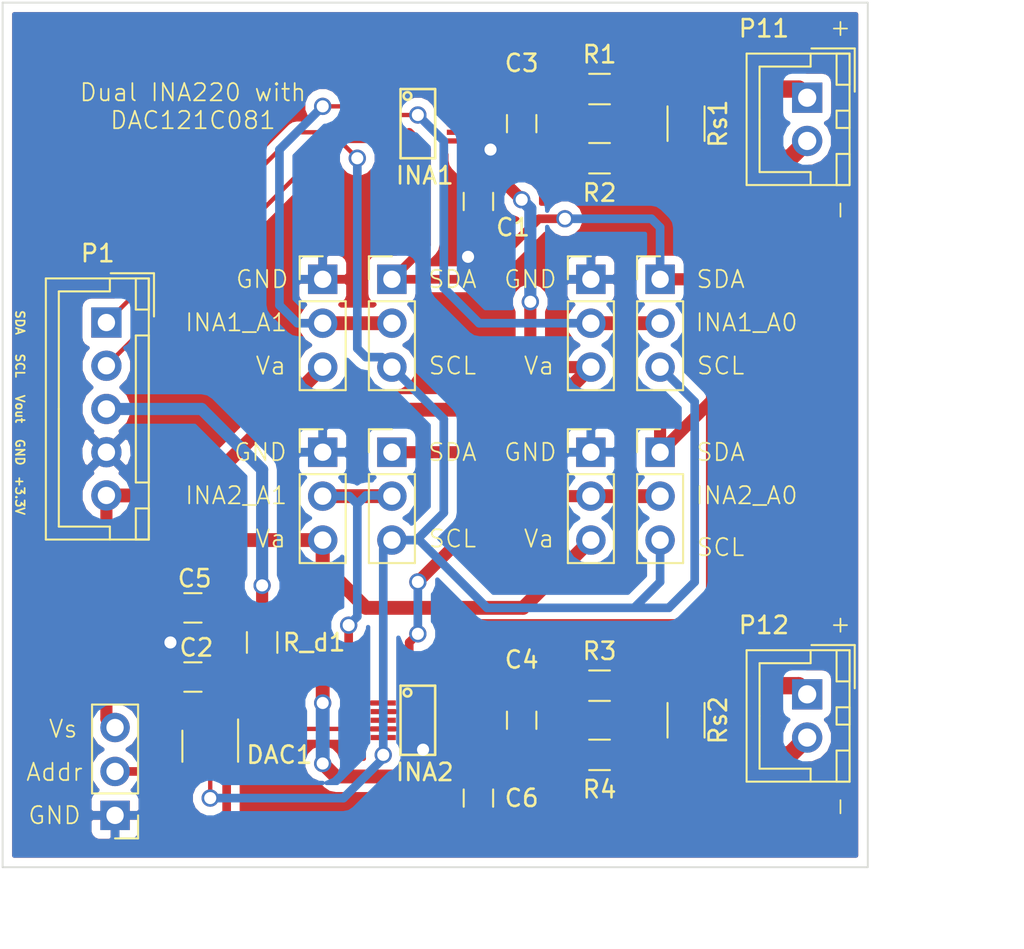
<source format=kicad_pcb>
(kicad_pcb (version 4) (host pcbnew 4.0.4-stable)

  (general
    (links 67)
    (no_connects 0)
    (area 123.949999 75.949999 186.85 132.700001)
    (thickness 2.4)
    (drawings 39)
    (tracks 204)
    (zones 0)
    (modules 28)
    (nets 20)
  )

  (page A4)
  (layers
    (0 F.Cu signal)
    (31 B.Cu signal)
    (32 B.Adhes user)
    (33 F.Adhes user)
    (34 B.Paste user)
    (35 F.Paste user)
    (36 B.SilkS user)
    (37 F.SilkS user)
    (38 B.Mask user)
    (39 F.Mask user)
    (40 Dwgs.User user)
    (41 Cmts.User user)
    (42 Eco1.User user)
    (43 Eco2.User user)
    (44 Edge.Cuts user)
    (45 Margin user)
    (46 B.CrtYd user)
    (47 F.CrtYd user)
    (48 B.Fab user)
    (49 F.Fab user)
  )

  (setup
    (last_trace_width 0.25)
    (user_trace_width 0.25)
    (user_trace_width 0.5)
    (user_trace_width 0.6)
    (user_trace_width 0.7)
    (user_trace_width 0.8)
    (user_trace_width 1)
    (trace_clearance 0.15)
    (zone_clearance 0.5)
    (zone_45_only yes)
    (trace_min 0.2)
    (segment_width 0.2)
    (edge_width 0.1)
    (via_size 1)
    (via_drill 0.7)
    (via_min_size 0.4)
    (via_min_drill 0.3)
    (uvia_size 0.3)
    (uvia_drill 0.1)
    (uvias_allowed no)
    (uvia_min_size 0.2)
    (uvia_min_drill 0.1)
    (pcb_text_width 0.3)
    (pcb_text_size 1.5 1.5)
    (mod_edge_width 0.15)
    (mod_text_size 1 1)
    (mod_text_width 0.15)
    (pad_size 1.5 1.5)
    (pad_drill 0.6)
    (pad_to_mask_clearance 0.1)
    (aux_axis_origin 0 0)
    (visible_elements 7FFEFFFF)
    (pcbplotparams
      (layerselection 0x01020_80000001)
      (usegerberextensions false)
      (excludeedgelayer true)
      (linewidth 0.100000)
      (plotframeref false)
      (viasonmask true)
      (mode 1)
      (useauxorigin false)
      (hpglpennumber 1)
      (hpglpenspeed 20)
      (hpglpendiameter 15)
      (hpglpenoverlay 2)
      (psnegative false)
      (psa4output false)
      (plotreference true)
      (plotvalue true)
      (plotinvisibletext false)
      (padsonsilk false)
      (subtractmaskfromsilk false)
      (outputformat 1)
      (mirror false)
      (drillshape 0)
      (scaleselection 1)
      (outputdirectory gerber/))
  )

  (net 0 "")
  (net 1 Va)
  (net 2 GND)
  (net 3 IN1+)
  (net 4 IN1-)
  (net 5 IN2+)
  (net 6 IN2-)
  (net 7 "Net-(DAC1-Pad1)")
  (net 8 SDA)
  (net 9 ADR0)
  (net 10 SCL)
  (net 11 INA1_A1)
  (net 12 INA1_A0)
  (net 13 INA2_A1)
  (net 14 INA2_A0)
  (net 15 Vout)
  (net 16 Shunt1+)
  (net 17 Shunt1-)
  (net 18 Shunt2+)
  (net 19 Shunt2-)

  (net_class Default "This is the default net class."
    (clearance 0.15)
    (trace_width 0.25)
    (via_dia 1)
    (via_drill 0.7)
    (uvia_dia 0.3)
    (uvia_drill 0.1)
    (add_net ADR0)
    (add_net GND)
    (add_net IN1+)
    (add_net IN1-)
    (add_net IN2+)
    (add_net IN2-)
    (add_net INA1_A0)
    (add_net INA1_A1)
    (add_net INA2_A0)
    (add_net INA2_A1)
    (add_net "Net-(DAC1-Pad1)")
    (add_net SCL)
    (add_net SDA)
    (add_net Shunt1+)
    (add_net Shunt1-)
    (add_net Shunt2+)
    (add_net Shunt2-)
    (add_net Va)
    (add_net Vout)
  )

  (module Capacitors_SMD:C_0805_HandSoldering (layer F.Cu) (tedit 595BA724) (tstamp 59424A62)
    (at 151.5 87.5 270)
    (descr "Capacitor SMD 0805, hand soldering")
    (tags "capacitor 0805")
    (path /5772B98A)
    (attr smd)
    (fp_text reference C1 (at 1.5 -2 360) (layer F.SilkS)
      (effects (font (size 1 1) (thickness 0.15)))
    )
    (fp_text value 0.1u (at 0 1.75 270) (layer F.Fab)
      (effects (font (size 1 1) (thickness 0.15)))
    )
    (fp_text user %R (at 0 -1.75 270) (layer F.Fab)
      (effects (font (size 1 1) (thickness 0.15)))
    )
    (fp_line (start -1 0.62) (end -1 -0.62) (layer F.Fab) (width 0.1))
    (fp_line (start 1 0.62) (end -1 0.62) (layer F.Fab) (width 0.1))
    (fp_line (start 1 -0.62) (end 1 0.62) (layer F.Fab) (width 0.1))
    (fp_line (start -1 -0.62) (end 1 -0.62) (layer F.Fab) (width 0.1))
    (fp_line (start 0.5 -0.85) (end -0.5 -0.85) (layer F.SilkS) (width 0.12))
    (fp_line (start -0.5 0.85) (end 0.5 0.85) (layer F.SilkS) (width 0.12))
    (fp_line (start -2.25 -0.88) (end 2.25 -0.88) (layer F.CrtYd) (width 0.05))
    (fp_line (start -2.25 -0.88) (end -2.25 0.87) (layer F.CrtYd) (width 0.05))
    (fp_line (start 2.25 0.87) (end 2.25 -0.88) (layer F.CrtYd) (width 0.05))
    (fp_line (start 2.25 0.87) (end -2.25 0.87) (layer F.CrtYd) (width 0.05))
    (pad 1 smd rect (at -1.25 0 270) (size 1.5 1.25) (layers F.Cu F.Paste F.Mask)
      (net 1 Va))
    (pad 2 smd rect (at 1.25 0 270) (size 1.5 1.25) (layers F.Cu F.Paste F.Mask)
      (net 2 GND))
    (model Capacitors_SMD.3dshapes/C_0805.wrl
      (at (xyz 0 0 0))
      (scale (xyz 1 1 1))
      (rotate (xyz 0 0 0))
    )
  )

  (module Capacitors_SMD:C_0805_HandSoldering (layer F.Cu) (tedit 595BAAFF) (tstamp 59424A73)
    (at 135 115 180)
    (descr "Capacitor SMD 0805, hand soldering")
    (tags "capacitor 0805")
    (path /5772B9F2)
    (attr smd)
    (fp_text reference C2 (at -0.2 1.7 180) (layer F.SilkS)
      (effects (font (size 1 1) (thickness 0.15)))
    )
    (fp_text value 0.1u (at 0 1.75 180) (layer F.Fab)
      (effects (font (size 1 1) (thickness 0.15)))
    )
    (fp_text user %R (at 0 -1.75 180) (layer F.Fab)
      (effects (font (size 1 1) (thickness 0.15)))
    )
    (fp_line (start -1 0.62) (end -1 -0.62) (layer F.Fab) (width 0.1))
    (fp_line (start 1 0.62) (end -1 0.62) (layer F.Fab) (width 0.1))
    (fp_line (start 1 -0.62) (end 1 0.62) (layer F.Fab) (width 0.1))
    (fp_line (start -1 -0.62) (end 1 -0.62) (layer F.Fab) (width 0.1))
    (fp_line (start 0.5 -0.85) (end -0.5 -0.85) (layer F.SilkS) (width 0.12))
    (fp_line (start -0.5 0.85) (end 0.5 0.85) (layer F.SilkS) (width 0.12))
    (fp_line (start -2.25 -0.88) (end 2.25 -0.88) (layer F.CrtYd) (width 0.05))
    (fp_line (start -2.25 -0.88) (end -2.25 0.87) (layer F.CrtYd) (width 0.05))
    (fp_line (start 2.25 0.87) (end 2.25 -0.88) (layer F.CrtYd) (width 0.05))
    (fp_line (start 2.25 0.87) (end -2.25 0.87) (layer F.CrtYd) (width 0.05))
    (pad 1 smd rect (at -1.25 0 180) (size 1.5 1.25) (layers F.Cu F.Paste F.Mask)
      (net 1 Va))
    (pad 2 smd rect (at 1.25 0 180) (size 1.5 1.25) (layers F.Cu F.Paste F.Mask)
      (net 2 GND))
    (model Capacitors_SMD.3dshapes/C_0805.wrl
      (at (xyz 0 0 0))
      (scale (xyz 1 1 1))
      (rotate (xyz 0 0 0))
    )
  )

  (module Capacitors_SMD:C_0805_HandSoldering (layer F.Cu) (tedit 59424B77) (tstamp 59424A84)
    (at 154 83 270)
    (descr "Capacitor SMD 0805, hand soldering")
    (tags "capacitor 0805")
    (path /5772BA1A)
    (attr smd)
    (fp_text reference C3 (at -3.5 0 360) (layer F.SilkS)
      (effects (font (size 1 1) (thickness 0.15)))
    )
    (fp_text value 0.1u (at 0 1.75 270) (layer F.Fab)
      (effects (font (size 1 1) (thickness 0.15)))
    )
    (fp_text user %R (at 0 -1.75 270) (layer F.Fab)
      (effects (font (size 1 1) (thickness 0.15)))
    )
    (fp_line (start -1 0.62) (end -1 -0.62) (layer F.Fab) (width 0.1))
    (fp_line (start 1 0.62) (end -1 0.62) (layer F.Fab) (width 0.1))
    (fp_line (start 1 -0.62) (end 1 0.62) (layer F.Fab) (width 0.1))
    (fp_line (start -1 -0.62) (end 1 -0.62) (layer F.Fab) (width 0.1))
    (fp_line (start 0.5 -0.85) (end -0.5 -0.85) (layer F.SilkS) (width 0.12))
    (fp_line (start -0.5 0.85) (end 0.5 0.85) (layer F.SilkS) (width 0.12))
    (fp_line (start -2.25 -0.88) (end 2.25 -0.88) (layer F.CrtYd) (width 0.05))
    (fp_line (start -2.25 -0.88) (end -2.25 0.87) (layer F.CrtYd) (width 0.05))
    (fp_line (start 2.25 0.87) (end 2.25 -0.88) (layer F.CrtYd) (width 0.05))
    (fp_line (start 2.25 0.87) (end -2.25 0.87) (layer F.CrtYd) (width 0.05))
    (pad 1 smd rect (at -1.25 0 270) (size 1.5 1.25) (layers F.Cu F.Paste F.Mask)
      (net 3 IN1+))
    (pad 2 smd rect (at 1.25 0 270) (size 1.5 1.25) (layers F.Cu F.Paste F.Mask)
      (net 4 IN1-))
    (model Capacitors_SMD.3dshapes/C_0805.wrl
      (at (xyz 0 0 0))
      (scale (xyz 1 1 1))
      (rotate (xyz 0 0 0))
    )
  )

  (module Capacitors_SMD:C_0805_HandSoldering (layer F.Cu) (tedit 59424B74) (tstamp 59424A95)
    (at 154 117.5 270)
    (descr "Capacitor SMD 0805, hand soldering")
    (tags "capacitor 0805")
    (path /577305AF)
    (attr smd)
    (fp_text reference C4 (at -3.5 0 360) (layer F.SilkS)
      (effects (font (size 1 1) (thickness 0.15)))
    )
    (fp_text value 0.1u (at 0 1.75 270) (layer F.Fab)
      (effects (font (size 1 1) (thickness 0.15)))
    )
    (fp_text user %R (at 0 -1.75 270) (layer F.Fab)
      (effects (font (size 1 1) (thickness 0.15)))
    )
    (fp_line (start -1 0.62) (end -1 -0.62) (layer F.Fab) (width 0.1))
    (fp_line (start 1 0.62) (end -1 0.62) (layer F.Fab) (width 0.1))
    (fp_line (start 1 -0.62) (end 1 0.62) (layer F.Fab) (width 0.1))
    (fp_line (start -1 -0.62) (end 1 -0.62) (layer F.Fab) (width 0.1))
    (fp_line (start 0.5 -0.85) (end -0.5 -0.85) (layer F.SilkS) (width 0.12))
    (fp_line (start -0.5 0.85) (end 0.5 0.85) (layer F.SilkS) (width 0.12))
    (fp_line (start -2.25 -0.88) (end 2.25 -0.88) (layer F.CrtYd) (width 0.05))
    (fp_line (start -2.25 -0.88) (end -2.25 0.87) (layer F.CrtYd) (width 0.05))
    (fp_line (start 2.25 0.87) (end 2.25 -0.88) (layer F.CrtYd) (width 0.05))
    (fp_line (start 2.25 0.87) (end -2.25 0.87) (layer F.CrtYd) (width 0.05))
    (pad 1 smd rect (at -1.25 0 270) (size 1.5 1.25) (layers F.Cu F.Paste F.Mask)
      (net 5 IN2+))
    (pad 2 smd rect (at 1.25 0 270) (size 1.5 1.25) (layers F.Cu F.Paste F.Mask)
      (net 6 IN2-))
    (model Capacitors_SMD.3dshapes/C_0805.wrl
      (at (xyz 0 0 0))
      (scale (xyz 1 1 1))
      (rotate (xyz 0 0 0))
    )
  )

  (module Capacitors_SMD:C_0805_HandSoldering (layer F.Cu) (tedit 595BAAFD) (tstamp 59424AA6)
    (at 135 111 180)
    (descr "Capacitor SMD 0805, hand soldering")
    (tags "capacitor 0805")
    (path /594334C5)
    (attr smd)
    (fp_text reference C5 (at -0.1 1.7 180) (layer F.SilkS)
      (effects (font (size 1 1) (thickness 0.15)))
    )
    (fp_text value 4.7u (at 0 1.75 180) (layer F.Fab)
      (effects (font (size 1 1) (thickness 0.15)))
    )
    (fp_text user %R (at 0 -1.75 180) (layer F.Fab)
      (effects (font (size 1 1) (thickness 0.15)))
    )
    (fp_line (start -1 0.62) (end -1 -0.62) (layer F.Fab) (width 0.1))
    (fp_line (start 1 0.62) (end -1 0.62) (layer F.Fab) (width 0.1))
    (fp_line (start 1 -0.62) (end 1 0.62) (layer F.Fab) (width 0.1))
    (fp_line (start -1 -0.62) (end 1 -0.62) (layer F.Fab) (width 0.1))
    (fp_line (start 0.5 -0.85) (end -0.5 -0.85) (layer F.SilkS) (width 0.12))
    (fp_line (start -0.5 0.85) (end 0.5 0.85) (layer F.SilkS) (width 0.12))
    (fp_line (start -2.25 -0.88) (end 2.25 -0.88) (layer F.CrtYd) (width 0.05))
    (fp_line (start -2.25 -0.88) (end -2.25 0.87) (layer F.CrtYd) (width 0.05))
    (fp_line (start 2.25 0.87) (end 2.25 -0.88) (layer F.CrtYd) (width 0.05))
    (fp_line (start 2.25 0.87) (end -2.25 0.87) (layer F.CrtYd) (width 0.05))
    (pad 1 smd rect (at -1.25 0 180) (size 1.5 1.25) (layers F.Cu F.Paste F.Mask)
      (net 1 Va))
    (pad 2 smd rect (at 1.25 0 180) (size 1.5 1.25) (layers F.Cu F.Paste F.Mask)
      (net 2 GND))
    (model Capacitors_SMD.3dshapes/C_0805.wrl
      (at (xyz 0 0 0))
      (scale (xyz 1 1 1))
      (rotate (xyz 0 0 0))
    )
  )

  (module Capacitors_SMD:C_0805_HandSoldering (layer F.Cu) (tedit 5942508F) (tstamp 59424AB7)
    (at 151.5 122 270)
    (descr "Capacitor SMD 0805, hand soldering")
    (tags "capacitor 0805")
    (path /594332DA)
    (attr smd)
    (fp_text reference C6 (at 0 -2.5 360) (layer F.SilkS)
      (effects (font (size 1 1) (thickness 0.15)))
    )
    (fp_text value 0.1u (at 0 1.75 270) (layer F.Fab)
      (effects (font (size 1 1) (thickness 0.15)))
    )
    (fp_text user %R (at 0 -1.75 270) (layer F.Fab)
      (effects (font (size 1 1) (thickness 0.15)))
    )
    (fp_line (start -1 0.62) (end -1 -0.62) (layer F.Fab) (width 0.1))
    (fp_line (start 1 0.62) (end -1 0.62) (layer F.Fab) (width 0.1))
    (fp_line (start 1 -0.62) (end 1 0.62) (layer F.Fab) (width 0.1))
    (fp_line (start -1 -0.62) (end 1 -0.62) (layer F.Fab) (width 0.1))
    (fp_line (start 0.5 -0.85) (end -0.5 -0.85) (layer F.SilkS) (width 0.12))
    (fp_line (start -0.5 0.85) (end 0.5 0.85) (layer F.SilkS) (width 0.12))
    (fp_line (start -2.25 -0.88) (end 2.25 -0.88) (layer F.CrtYd) (width 0.05))
    (fp_line (start -2.25 -0.88) (end -2.25 0.87) (layer F.CrtYd) (width 0.05))
    (fp_line (start 2.25 0.87) (end 2.25 -0.88) (layer F.CrtYd) (width 0.05))
    (fp_line (start 2.25 0.87) (end -2.25 0.87) (layer F.CrtYd) (width 0.05))
    (pad 1 smd rect (at -1.25 0 270) (size 1.5 1.25) (layers F.Cu F.Paste F.Mask)
      (net 1 Va))
    (pad 2 smd rect (at 1.25 0 270) (size 1.5 1.25) (layers F.Cu F.Paste F.Mask)
      (net 2 GND))
    (model Capacitors_SMD.3dshapes/C_0805.wrl
      (at (xyz 0 0 0))
      (scale (xyz 1 1 1))
      (rotate (xyz 0 0 0))
    )
  )

  (module TO_SOT_Packages_SMD:SOT-23-6 (layer F.Cu) (tedit 5942526F) (tstamp 59424ACD)
    (at 136 119 270)
    (descr "6-pin SOT-23 package")
    (tags SOT-23-6)
    (path /59423CF3)
    (attr smd)
    (fp_text reference DAC1 (at 0.5 -4 360) (layer F.SilkS)
      (effects (font (size 1 1) (thickness 0.15)))
    )
    (fp_text value DAC121C081 (at 0 2.9 270) (layer F.Fab)
      (effects (font (size 1 1) (thickness 0.15)))
    )
    (fp_text user %R (at 0 0 270) (layer F.Fab)
      (effects (font (size 0.5 0.5) (thickness 0.075)))
    )
    (fp_line (start -0.9 1.61) (end 0.9 1.61) (layer F.SilkS) (width 0.12))
    (fp_line (start 0.9 -1.61) (end -1.55 -1.61) (layer F.SilkS) (width 0.12))
    (fp_line (start 1.9 -1.8) (end -1.9 -1.8) (layer F.CrtYd) (width 0.05))
    (fp_line (start 1.9 1.8) (end 1.9 -1.8) (layer F.CrtYd) (width 0.05))
    (fp_line (start -1.9 1.8) (end 1.9 1.8) (layer F.CrtYd) (width 0.05))
    (fp_line (start -1.9 -1.8) (end -1.9 1.8) (layer F.CrtYd) (width 0.05))
    (fp_line (start -0.9 -0.9) (end -0.25 -1.55) (layer F.Fab) (width 0.1))
    (fp_line (start 0.9 -1.55) (end -0.25 -1.55) (layer F.Fab) (width 0.1))
    (fp_line (start -0.9 -0.9) (end -0.9 1.55) (layer F.Fab) (width 0.1))
    (fp_line (start 0.9 1.55) (end -0.9 1.55) (layer F.Fab) (width 0.1))
    (fp_line (start 0.9 -1.55) (end 0.9 1.55) (layer F.Fab) (width 0.1))
    (pad 1 smd rect (at -1.1 -0.95 270) (size 1.06 0.65) (layers F.Cu F.Paste F.Mask)
      (net 7 "Net-(DAC1-Pad1)"))
    (pad 2 smd rect (at -1.1 0 270) (size 1.06 0.65) (layers F.Cu F.Paste F.Mask)
      (net 1 Va))
    (pad 3 smd rect (at -1.1 0.95 270) (size 1.06 0.65) (layers F.Cu F.Paste F.Mask)
      (net 2 GND))
    (pad 4 smd rect (at 1.1 0.95 270) (size 1.06 0.65) (layers F.Cu F.Paste F.Mask)
      (net 8 SDA))
    (pad 6 smd rect (at 1.1 -0.95 270) (size 1.06 0.65) (layers F.Cu F.Paste F.Mask)
      (net 9 ADR0))
    (pad 5 smd rect (at 1.1 0 270) (size 1.06 0.65) (layers F.Cu F.Paste F.Mask)
      (net 10 SCL))
    (model ${KISYS3DMOD}/TO_SOT_Packages_SMD.3dshapes/SOT-23-6.wrl
      (at (xyz 0 0 0))
      (scale (xyz 1 1 1))
      (rotate (xyz 0 0 0))
    )
  )

  (module ina_footprint:ina220__smd_footprint (layer F.Cu) (tedit 57716D03) (tstamp 59424AE0)
    (at 146 82 270)
    (path /5772B8CC)
    (fp_text reference INA1 (at 4 -2.4 360) (layer F.SilkS)
      (effects (font (size 1 1) (thickness 0.15)))
    )
    (fp_text value INA220 (at 1.3 -6.4 270) (layer F.Fab) hide
      (effects (font (size 1 1) (thickness 0.15)))
    )
    (fp_circle (center -0.6 -1.4) (end -0.4 -1.3) (layer F.SilkS) (width 0.15))
    (fp_line (start -1 -1) (end -1 -3) (layer F.SilkS) (width 0.15))
    (fp_line (start -1 -3) (end 3 -3) (layer F.SilkS) (width 0.15))
    (fp_line (start 3 -3) (end 3 -1) (layer F.SilkS) (width 0.15))
    (fp_line (start 3 -1) (end -1 -1) (layer F.SilkS) (width 0.15))
    (pad 1 smd rect (at 0 0 270) (size 0.3 1.45) (layers F.Cu F.Paste F.Mask)
      (net 11 INA1_A1) (clearance 0.05))
    (pad 2 smd rect (at 0.5 0 270) (size 0.3 1.45) (layers F.Cu F.Paste F.Mask)
      (net 12 INA1_A0) (clearance 0.05))
    (pad 3 smd rect (at 1 0 270) (size 0.3 1.45) (layers F.Cu F.Paste F.Mask)
      (clearance 0.05))
    (pad 4 smd rect (at 1.5 0 270) (size 0.3 1.45) (layers F.Cu F.Paste F.Mask)
      (net 8 SDA) (clearance 0.05))
    (pad 5 smd rect (at 2 0 270) (size 0.3 1.45) (layers F.Cu F.Paste F.Mask)
      (net 10 SCL) (clearance 0.05))
    (pad 6 smd rect (at 2 -4.4 270) (size 0.3 1.45) (layers F.Cu F.Paste F.Mask)
      (net 1 Va) (clearance 0.05))
    (pad 7 smd rect (at 1.5 -4.4 270) (size 0.3 1.45) (layers F.Cu F.Paste F.Mask)
      (net 2 GND) (clearance 0.05))
    (pad 8 smd rect (at 1 -4.4 270) (size 0.3 1.45) (layers F.Cu F.Paste F.Mask)
      (net 4 IN1-) (clearance 0.05))
    (pad 9 smd rect (at 0.5 -4.4 270) (size 0.3 1.45) (layers F.Cu F.Paste F.Mask)
      (net 4 IN1-) (clearance 0.05))
    (pad 10 smd rect (at 0 -4.4 270) (size 0.3 1.45) (layers F.Cu F.Paste F.Mask)
      (net 3 IN1+) (clearance 0.05))
  )

  (module ina_footprint:ina220__smd_footprint (layer F.Cu) (tedit 57716D03) (tstamp 59424AF3)
    (at 146 116.5 270)
    (path /5772B924)
    (fp_text reference INA2 (at 4 -2.4 360) (layer F.SilkS)
      (effects (font (size 1 1) (thickness 0.15)))
    )
    (fp_text value INA220 (at 1.3 -6.4 270) (layer F.Fab) hide
      (effects (font (size 1 1) (thickness 0.15)))
    )
    (fp_circle (center -0.6 -1.4) (end -0.4 -1.3) (layer F.SilkS) (width 0.15))
    (fp_line (start -1 -1) (end -1 -3) (layer F.SilkS) (width 0.15))
    (fp_line (start -1 -3) (end 3 -3) (layer F.SilkS) (width 0.15))
    (fp_line (start 3 -3) (end 3 -1) (layer F.SilkS) (width 0.15))
    (fp_line (start 3 -1) (end -1 -1) (layer F.SilkS) (width 0.15))
    (pad 1 smd rect (at 0 0 270) (size 0.3 1.45) (layers F.Cu F.Paste F.Mask)
      (net 13 INA2_A1) (clearance 0.05))
    (pad 2 smd rect (at 0.5 0 270) (size 0.3 1.45) (layers F.Cu F.Paste F.Mask)
      (net 14 INA2_A0) (clearance 0.05))
    (pad 3 smd rect (at 1 0 270) (size 0.3 1.45) (layers F.Cu F.Paste F.Mask)
      (clearance 0.05))
    (pad 4 smd rect (at 1.5 0 270) (size 0.3 1.45) (layers F.Cu F.Paste F.Mask)
      (net 8 SDA) (clearance 0.05))
    (pad 5 smd rect (at 2 0 270) (size 0.3 1.45) (layers F.Cu F.Paste F.Mask)
      (net 10 SCL) (clearance 0.05))
    (pad 6 smd rect (at 2 -4.4 270) (size 0.3 1.45) (layers F.Cu F.Paste F.Mask)
      (net 1 Va) (clearance 0.05))
    (pad 7 smd rect (at 1.5 -4.4 270) (size 0.3 1.45) (layers F.Cu F.Paste F.Mask)
      (net 2 GND) (clearance 0.05))
    (pad 8 smd rect (at 1 -4.4 270) (size 0.3 1.45) (layers F.Cu F.Paste F.Mask)
      (net 6 IN2-) (clearance 0.05))
    (pad 9 smd rect (at 0.5 -4.4 270) (size 0.3 1.45) (layers F.Cu F.Paste F.Mask)
      (net 6 IN2-) (clearance 0.05))
    (pad 10 smd rect (at 0 -4.4 270) (size 0.3 1.45) (layers F.Cu F.Paste F.Mask)
      (net 5 IN2+) (clearance 0.05))
  )

  (module Connectors_JST:JST_XH_B05B-XH-A_05x2.50mm_Straight (layer F.Cu) (tedit 594251E8) (tstamp 59424B1F)
    (at 130 94.5 270)
    (descr "JST XH series connector, B05B-XH-A, top entry type, through hole")
    (tags "connector jst xh tht top vertical 2.50mm")
    (path /59437CD2)
    (fp_text reference P1 (at -4 0.5 360) (layer F.SilkS)
      (effects (font (size 1 1) (thickness 0.15)))
    )
    (fp_text value CONN_01X05 (at 5 4.5 270) (layer F.Fab)
      (effects (font (size 1 1) (thickness 0.15)))
    )
    (fp_line (start -2.45 -2.35) (end -2.45 3.4) (layer F.Fab) (width 0.1))
    (fp_line (start -2.45 3.4) (end 12.45 3.4) (layer F.Fab) (width 0.1))
    (fp_line (start 12.45 3.4) (end 12.45 -2.35) (layer F.Fab) (width 0.1))
    (fp_line (start 12.45 -2.35) (end -2.45 -2.35) (layer F.Fab) (width 0.1))
    (fp_line (start -2.95 -2.85) (end -2.95 3.9) (layer F.CrtYd) (width 0.05))
    (fp_line (start -2.95 3.9) (end 12.95 3.9) (layer F.CrtYd) (width 0.05))
    (fp_line (start 12.95 3.9) (end 12.95 -2.85) (layer F.CrtYd) (width 0.05))
    (fp_line (start 12.95 -2.85) (end -2.95 -2.85) (layer F.CrtYd) (width 0.05))
    (fp_line (start -2.55 -2.45) (end -2.55 3.5) (layer F.SilkS) (width 0.12))
    (fp_line (start -2.55 3.5) (end 12.55 3.5) (layer F.SilkS) (width 0.12))
    (fp_line (start 12.55 3.5) (end 12.55 -2.45) (layer F.SilkS) (width 0.12))
    (fp_line (start 12.55 -2.45) (end -2.55 -2.45) (layer F.SilkS) (width 0.12))
    (fp_line (start 0.75 -2.45) (end 0.75 -1.7) (layer F.SilkS) (width 0.12))
    (fp_line (start 0.75 -1.7) (end 9.25 -1.7) (layer F.SilkS) (width 0.12))
    (fp_line (start 9.25 -1.7) (end 9.25 -2.45) (layer F.SilkS) (width 0.12))
    (fp_line (start 9.25 -2.45) (end 0.75 -2.45) (layer F.SilkS) (width 0.12))
    (fp_line (start -2.55 -2.45) (end -2.55 -1.7) (layer F.SilkS) (width 0.12))
    (fp_line (start -2.55 -1.7) (end -0.75 -1.7) (layer F.SilkS) (width 0.12))
    (fp_line (start -0.75 -1.7) (end -0.75 -2.45) (layer F.SilkS) (width 0.12))
    (fp_line (start -0.75 -2.45) (end -2.55 -2.45) (layer F.SilkS) (width 0.12))
    (fp_line (start 10.75 -2.45) (end 10.75 -1.7) (layer F.SilkS) (width 0.12))
    (fp_line (start 10.75 -1.7) (end 12.55 -1.7) (layer F.SilkS) (width 0.12))
    (fp_line (start 12.55 -1.7) (end 12.55 -2.45) (layer F.SilkS) (width 0.12))
    (fp_line (start 12.55 -2.45) (end 10.75 -2.45) (layer F.SilkS) (width 0.12))
    (fp_line (start -2.55 -0.2) (end -1.8 -0.2) (layer F.SilkS) (width 0.12))
    (fp_line (start -1.8 -0.2) (end -1.8 2.75) (layer F.SilkS) (width 0.12))
    (fp_line (start -1.8 2.75) (end 5 2.75) (layer F.SilkS) (width 0.12))
    (fp_line (start 12.55 -0.2) (end 11.8 -0.2) (layer F.SilkS) (width 0.12))
    (fp_line (start 11.8 -0.2) (end 11.8 2.75) (layer F.SilkS) (width 0.12))
    (fp_line (start 11.8 2.75) (end 5 2.75) (layer F.SilkS) (width 0.12))
    (fp_line (start -0.35 -2.75) (end -2.85 -2.75) (layer F.SilkS) (width 0.12))
    (fp_line (start -2.85 -2.75) (end -2.85 -0.25) (layer F.SilkS) (width 0.12))
    (fp_line (start -0.35 -2.75) (end -2.85 -2.75) (layer F.Fab) (width 0.1))
    (fp_line (start -2.85 -2.75) (end -2.85 -0.25) (layer F.Fab) (width 0.1))
    (fp_text user %R (at 5 2.5 270) (layer F.Fab)
      (effects (font (size 1 1) (thickness 0.15)))
    )
    (pad 1 thru_hole rect (at 0 0 270) (size 1.75 1.75) (drill 1) (layers *.Cu *.Mask)
      (net 8 SDA))
    (pad 2 thru_hole circle (at 2.5 0 270) (size 1.75 1.75) (drill 1) (layers *.Cu *.Mask)
      (net 10 SCL))
    (pad 3 thru_hole circle (at 5 0 270) (size 1.75 1.75) (drill 1) (layers *.Cu *.Mask)
      (net 15 Vout))
    (pad 4 thru_hole circle (at 7.5 0 270) (size 1.75 1.75) (drill 1) (layers *.Cu *.Mask)
      (net 2 GND))
    (pad 5 thru_hole circle (at 10 0 270) (size 1.75 1.75) (drill 1) (layers *.Cu *.Mask)
      (net 1 Va))
    (model Connectors_JST.3dshapes/JST_XH_B05B-XH-A_05x2.50mm_Straight.wrl
      (at (xyz 0 0 0))
      (scale (xyz 1 1 1))
      (rotate (xyz 0 0 0))
    )
  )

  (module Pin_Headers:Pin_Header_Straight_1x03_Pitch2.54mm (layer F.Cu) (tedit 59425076) (tstamp 59424B35)
    (at 158 92)
    (descr "Through hole straight pin header, 1x03, 2.54mm pitch, single row")
    (tags "Through hole pin header THT 1x03 2.54mm single row")
    (path /594271B3)
    (fp_text reference P2 (at 0 -2.33) (layer F.SilkS) hide
      (effects (font (size 1 1) (thickness 0.15)))
    )
    (fp_text value INA1_A0 (at 0 7.41) (layer F.Fab)
      (effects (font (size 1 1) (thickness 0.15)))
    )
    (fp_line (start -1.27 -1.27) (end -1.27 6.35) (layer F.Fab) (width 0.1))
    (fp_line (start -1.27 6.35) (end 1.27 6.35) (layer F.Fab) (width 0.1))
    (fp_line (start 1.27 6.35) (end 1.27 -1.27) (layer F.Fab) (width 0.1))
    (fp_line (start 1.27 -1.27) (end -1.27 -1.27) (layer F.Fab) (width 0.1))
    (fp_line (start -1.33 1.27) (end -1.33 6.41) (layer F.SilkS) (width 0.12))
    (fp_line (start -1.33 6.41) (end 1.33 6.41) (layer F.SilkS) (width 0.12))
    (fp_line (start 1.33 6.41) (end 1.33 1.27) (layer F.SilkS) (width 0.12))
    (fp_line (start 1.33 1.27) (end -1.33 1.27) (layer F.SilkS) (width 0.12))
    (fp_line (start -1.33 0) (end -1.33 -1.33) (layer F.SilkS) (width 0.12))
    (fp_line (start -1.33 -1.33) (end 0 -1.33) (layer F.SilkS) (width 0.12))
    (fp_line (start -1.8 -1.8) (end -1.8 6.85) (layer F.CrtYd) (width 0.05))
    (fp_line (start -1.8 6.85) (end 1.8 6.85) (layer F.CrtYd) (width 0.05))
    (fp_line (start 1.8 6.85) (end 1.8 -1.8) (layer F.CrtYd) (width 0.05))
    (fp_line (start 1.8 -1.8) (end -1.8 -1.8) (layer F.CrtYd) (width 0.05))
    (fp_text user %R (at 0 -2.33) (layer F.Fab)
      (effects (font (size 1 1) (thickness 0.15)))
    )
    (pad 1 thru_hole rect (at 0 0) (size 1.7 1.7) (drill 1) (layers *.Cu *.Mask)
      (net 2 GND))
    (pad 2 thru_hole oval (at 0 2.54) (size 1.7 1.7) (drill 1) (layers *.Cu *.Mask)
      (net 12 INA1_A0))
    (pad 3 thru_hole oval (at 0 5.08) (size 1.7 1.7) (drill 1) (layers *.Cu *.Mask)
      (net 1 Va))
    (model ${KISYS3DMOD}/Pin_Headers.3dshapes/Pin_Header_Straight_1x03_Pitch2.54mm.wrl
      (at (xyz 0 -0.1 0))
      (scale (xyz 1 1 1))
      (rotate (xyz 0 0 90))
    )
  )

  (module Pin_Headers:Pin_Header_Straight_1x03_Pitch2.54mm (layer F.Cu) (tedit 59425078) (tstamp 59424B4B)
    (at 162 92)
    (descr "Through hole straight pin header, 1x03, 2.54mm pitch, single row")
    (tags "Through hole pin header THT 1x03 2.54mm single row")
    (path /5942912B)
    (fp_text reference P3 (at 0 -2.33) (layer F.SilkS) hide
      (effects (font (size 1 1) (thickness 0.15)))
    )
    (fp_text value INA1_A0 (at 0 7.41) (layer F.Fab)
      (effects (font (size 1 1) (thickness 0.15)))
    )
    (fp_line (start -1.27 -1.27) (end -1.27 6.35) (layer F.Fab) (width 0.1))
    (fp_line (start -1.27 6.35) (end 1.27 6.35) (layer F.Fab) (width 0.1))
    (fp_line (start 1.27 6.35) (end 1.27 -1.27) (layer F.Fab) (width 0.1))
    (fp_line (start 1.27 -1.27) (end -1.27 -1.27) (layer F.Fab) (width 0.1))
    (fp_line (start -1.33 1.27) (end -1.33 6.41) (layer F.SilkS) (width 0.12))
    (fp_line (start -1.33 6.41) (end 1.33 6.41) (layer F.SilkS) (width 0.12))
    (fp_line (start 1.33 6.41) (end 1.33 1.27) (layer F.SilkS) (width 0.12))
    (fp_line (start 1.33 1.27) (end -1.33 1.27) (layer F.SilkS) (width 0.12))
    (fp_line (start -1.33 0) (end -1.33 -1.33) (layer F.SilkS) (width 0.12))
    (fp_line (start -1.33 -1.33) (end 0 -1.33) (layer F.SilkS) (width 0.12))
    (fp_line (start -1.8 -1.8) (end -1.8 6.85) (layer F.CrtYd) (width 0.05))
    (fp_line (start -1.8 6.85) (end 1.8 6.85) (layer F.CrtYd) (width 0.05))
    (fp_line (start 1.8 6.85) (end 1.8 -1.8) (layer F.CrtYd) (width 0.05))
    (fp_line (start 1.8 -1.8) (end -1.8 -1.8) (layer F.CrtYd) (width 0.05))
    (fp_text user %R (at 0 -2.33) (layer F.Fab)
      (effects (font (size 1 1) (thickness 0.15)))
    )
    (pad 1 thru_hole rect (at 0 0) (size 1.7 1.7) (drill 1) (layers *.Cu *.Mask)
      (net 8 SDA))
    (pad 2 thru_hole oval (at 0 2.54) (size 1.7 1.7) (drill 1) (layers *.Cu *.Mask)
      (net 12 INA1_A0))
    (pad 3 thru_hole oval (at 0 5.08) (size 1.7 1.7) (drill 1) (layers *.Cu *.Mask)
      (net 10 SCL))
    (model ${KISYS3DMOD}/Pin_Headers.3dshapes/Pin_Header_Straight_1x03_Pitch2.54mm.wrl
      (at (xyz 0 -0.1 0))
      (scale (xyz 1 1 1))
      (rotate (xyz 0 0 90))
    )
  )

  (module Pin_Headers:Pin_Header_Straight_1x03_Pitch2.54mm (layer F.Cu) (tedit 5942507D) (tstamp 59424B61)
    (at 142.5 92)
    (descr "Through hole straight pin header, 1x03, 2.54mm pitch, single row")
    (tags "Through hole pin header THT 1x03 2.54mm single row")
    (path /59429D78)
    (fp_text reference P4 (at 0 -2.33) (layer F.SilkS) hide
      (effects (font (size 1 1) (thickness 0.15)))
    )
    (fp_text value INA1_A1 (at 0 7.41) (layer F.Fab)
      (effects (font (size 1 1) (thickness 0.15)))
    )
    (fp_line (start -1.27 -1.27) (end -1.27 6.35) (layer F.Fab) (width 0.1))
    (fp_line (start -1.27 6.35) (end 1.27 6.35) (layer F.Fab) (width 0.1))
    (fp_line (start 1.27 6.35) (end 1.27 -1.27) (layer F.Fab) (width 0.1))
    (fp_line (start 1.27 -1.27) (end -1.27 -1.27) (layer F.Fab) (width 0.1))
    (fp_line (start -1.33 1.27) (end -1.33 6.41) (layer F.SilkS) (width 0.12))
    (fp_line (start -1.33 6.41) (end 1.33 6.41) (layer F.SilkS) (width 0.12))
    (fp_line (start 1.33 6.41) (end 1.33 1.27) (layer F.SilkS) (width 0.12))
    (fp_line (start 1.33 1.27) (end -1.33 1.27) (layer F.SilkS) (width 0.12))
    (fp_line (start -1.33 0) (end -1.33 -1.33) (layer F.SilkS) (width 0.12))
    (fp_line (start -1.33 -1.33) (end 0 -1.33) (layer F.SilkS) (width 0.12))
    (fp_line (start -1.8 -1.8) (end -1.8 6.85) (layer F.CrtYd) (width 0.05))
    (fp_line (start -1.8 6.85) (end 1.8 6.85) (layer F.CrtYd) (width 0.05))
    (fp_line (start 1.8 6.85) (end 1.8 -1.8) (layer F.CrtYd) (width 0.05))
    (fp_line (start 1.8 -1.8) (end -1.8 -1.8) (layer F.CrtYd) (width 0.05))
    (fp_text user %R (at 0 -2.33) (layer F.Fab)
      (effects (font (size 1 1) (thickness 0.15)))
    )
    (pad 1 thru_hole rect (at 0 0) (size 1.7 1.7) (drill 1) (layers *.Cu *.Mask)
      (net 2 GND))
    (pad 2 thru_hole oval (at 0 2.54) (size 1.7 1.7) (drill 1) (layers *.Cu *.Mask)
      (net 11 INA1_A1))
    (pad 3 thru_hole oval (at 0 5.08) (size 1.7 1.7) (drill 1) (layers *.Cu *.Mask)
      (net 1 Va))
    (model ${KISYS3DMOD}/Pin_Headers.3dshapes/Pin_Header_Straight_1x03_Pitch2.54mm.wrl
      (at (xyz 0 -0.1 0))
      (scale (xyz 1 1 1))
      (rotate (xyz 0 0 90))
    )
  )

  (module Pin_Headers:Pin_Header_Straight_1x03_Pitch2.54mm (layer F.Cu) (tedit 5942507A) (tstamp 59424B77)
    (at 146.5 92)
    (descr "Through hole straight pin header, 1x03, 2.54mm pitch, single row")
    (tags "Through hole pin header THT 1x03 2.54mm single row")
    (path /59429D7F)
    (fp_text reference P5 (at 0 -2.33) (layer F.SilkS) hide
      (effects (font (size 1 1) (thickness 0.15)))
    )
    (fp_text value INA1_A1 (at 0 7.41) (layer F.Fab)
      (effects (font (size 1 1) (thickness 0.15)))
    )
    (fp_line (start -1.27 -1.27) (end -1.27 6.35) (layer F.Fab) (width 0.1))
    (fp_line (start -1.27 6.35) (end 1.27 6.35) (layer F.Fab) (width 0.1))
    (fp_line (start 1.27 6.35) (end 1.27 -1.27) (layer F.Fab) (width 0.1))
    (fp_line (start 1.27 -1.27) (end -1.27 -1.27) (layer F.Fab) (width 0.1))
    (fp_line (start -1.33 1.27) (end -1.33 6.41) (layer F.SilkS) (width 0.12))
    (fp_line (start -1.33 6.41) (end 1.33 6.41) (layer F.SilkS) (width 0.12))
    (fp_line (start 1.33 6.41) (end 1.33 1.27) (layer F.SilkS) (width 0.12))
    (fp_line (start 1.33 1.27) (end -1.33 1.27) (layer F.SilkS) (width 0.12))
    (fp_line (start -1.33 0) (end -1.33 -1.33) (layer F.SilkS) (width 0.12))
    (fp_line (start -1.33 -1.33) (end 0 -1.33) (layer F.SilkS) (width 0.12))
    (fp_line (start -1.8 -1.8) (end -1.8 6.85) (layer F.CrtYd) (width 0.05))
    (fp_line (start -1.8 6.85) (end 1.8 6.85) (layer F.CrtYd) (width 0.05))
    (fp_line (start 1.8 6.85) (end 1.8 -1.8) (layer F.CrtYd) (width 0.05))
    (fp_line (start 1.8 -1.8) (end -1.8 -1.8) (layer F.CrtYd) (width 0.05))
    (fp_text user %R (at 0 -2.33) (layer F.Fab)
      (effects (font (size 1 1) (thickness 0.15)))
    )
    (pad 1 thru_hole rect (at 0 0) (size 1.7 1.7) (drill 1) (layers *.Cu *.Mask)
      (net 8 SDA))
    (pad 2 thru_hole oval (at 0 2.54) (size 1.7 1.7) (drill 1) (layers *.Cu *.Mask)
      (net 11 INA1_A1))
    (pad 3 thru_hole oval (at 0 5.08) (size 1.7 1.7) (drill 1) (layers *.Cu *.Mask)
      (net 10 SCL))
    (model ${KISYS3DMOD}/Pin_Headers.3dshapes/Pin_Header_Straight_1x03_Pitch2.54mm.wrl
      (at (xyz 0 -0.1 0))
      (scale (xyz 1 1 1))
      (rotate (xyz 0 0 90))
    )
  )

  (module Pin_Headers:Pin_Header_Straight_1x03_Pitch2.54mm (layer F.Cu) (tedit 59425070) (tstamp 59424B8D)
    (at 158 102)
    (descr "Through hole straight pin header, 1x03, 2.54mm pitch, single row")
    (tags "Through hole pin header THT 1x03 2.54mm single row")
    (path /5942A0C6)
    (fp_text reference P6 (at 0 -2.33) (layer F.SilkS) hide
      (effects (font (size 1 1) (thickness 0.15)))
    )
    (fp_text value INA2_A0 (at 0 7.41) (layer F.Fab)
      (effects (font (size 1 1) (thickness 0.15)))
    )
    (fp_line (start -1.27 -1.27) (end -1.27 6.35) (layer F.Fab) (width 0.1))
    (fp_line (start -1.27 6.35) (end 1.27 6.35) (layer F.Fab) (width 0.1))
    (fp_line (start 1.27 6.35) (end 1.27 -1.27) (layer F.Fab) (width 0.1))
    (fp_line (start 1.27 -1.27) (end -1.27 -1.27) (layer F.Fab) (width 0.1))
    (fp_line (start -1.33 1.27) (end -1.33 6.41) (layer F.SilkS) (width 0.12))
    (fp_line (start -1.33 6.41) (end 1.33 6.41) (layer F.SilkS) (width 0.12))
    (fp_line (start 1.33 6.41) (end 1.33 1.27) (layer F.SilkS) (width 0.12))
    (fp_line (start 1.33 1.27) (end -1.33 1.27) (layer F.SilkS) (width 0.12))
    (fp_line (start -1.33 0) (end -1.33 -1.33) (layer F.SilkS) (width 0.12))
    (fp_line (start -1.33 -1.33) (end 0 -1.33) (layer F.SilkS) (width 0.12))
    (fp_line (start -1.8 -1.8) (end -1.8 6.85) (layer F.CrtYd) (width 0.05))
    (fp_line (start -1.8 6.85) (end 1.8 6.85) (layer F.CrtYd) (width 0.05))
    (fp_line (start 1.8 6.85) (end 1.8 -1.8) (layer F.CrtYd) (width 0.05))
    (fp_line (start 1.8 -1.8) (end -1.8 -1.8) (layer F.CrtYd) (width 0.05))
    (fp_text user %R (at 0 -2.33) (layer F.Fab)
      (effects (font (size 1 1) (thickness 0.15)))
    )
    (pad 1 thru_hole rect (at 0 0) (size 1.7 1.7) (drill 1) (layers *.Cu *.Mask)
      (net 2 GND))
    (pad 2 thru_hole oval (at 0 2.54) (size 1.7 1.7) (drill 1) (layers *.Cu *.Mask)
      (net 14 INA2_A0))
    (pad 3 thru_hole oval (at 0 5.08) (size 1.7 1.7) (drill 1) (layers *.Cu *.Mask)
      (net 1 Va))
    (model ${KISYS3DMOD}/Pin_Headers.3dshapes/Pin_Header_Straight_1x03_Pitch2.54mm.wrl
      (at (xyz 0 -0.1 0))
      (scale (xyz 1 1 1))
      (rotate (xyz 0 0 90))
    )
  )

  (module Pin_Headers:Pin_Header_Straight_1x03_Pitch2.54mm (layer F.Cu) (tedit 59425073) (tstamp 59424BA3)
    (at 162 102)
    (descr "Through hole straight pin header, 1x03, 2.54mm pitch, single row")
    (tags "Through hole pin header THT 1x03 2.54mm single row")
    (path /5942A0CD)
    (fp_text reference P7 (at 0 -2.33) (layer F.SilkS) hide
      (effects (font (size 1 1) (thickness 0.15)))
    )
    (fp_text value INA2_A0 (at 0 7.41) (layer F.Fab)
      (effects (font (size 1 1) (thickness 0.15)))
    )
    (fp_line (start -1.27 -1.27) (end -1.27 6.35) (layer F.Fab) (width 0.1))
    (fp_line (start -1.27 6.35) (end 1.27 6.35) (layer F.Fab) (width 0.1))
    (fp_line (start 1.27 6.35) (end 1.27 -1.27) (layer F.Fab) (width 0.1))
    (fp_line (start 1.27 -1.27) (end -1.27 -1.27) (layer F.Fab) (width 0.1))
    (fp_line (start -1.33 1.27) (end -1.33 6.41) (layer F.SilkS) (width 0.12))
    (fp_line (start -1.33 6.41) (end 1.33 6.41) (layer F.SilkS) (width 0.12))
    (fp_line (start 1.33 6.41) (end 1.33 1.27) (layer F.SilkS) (width 0.12))
    (fp_line (start 1.33 1.27) (end -1.33 1.27) (layer F.SilkS) (width 0.12))
    (fp_line (start -1.33 0) (end -1.33 -1.33) (layer F.SilkS) (width 0.12))
    (fp_line (start -1.33 -1.33) (end 0 -1.33) (layer F.SilkS) (width 0.12))
    (fp_line (start -1.8 -1.8) (end -1.8 6.85) (layer F.CrtYd) (width 0.05))
    (fp_line (start -1.8 6.85) (end 1.8 6.85) (layer F.CrtYd) (width 0.05))
    (fp_line (start 1.8 6.85) (end 1.8 -1.8) (layer F.CrtYd) (width 0.05))
    (fp_line (start 1.8 -1.8) (end -1.8 -1.8) (layer F.CrtYd) (width 0.05))
    (fp_text user %R (at 0 -2.33) (layer F.Fab)
      (effects (font (size 1 1) (thickness 0.15)))
    )
    (pad 1 thru_hole rect (at 0 0) (size 1.7 1.7) (drill 1) (layers *.Cu *.Mask)
      (net 8 SDA))
    (pad 2 thru_hole oval (at 0 2.54) (size 1.7 1.7) (drill 1) (layers *.Cu *.Mask)
      (net 14 INA2_A0))
    (pad 3 thru_hole oval (at 0 5.08) (size 1.7 1.7) (drill 1) (layers *.Cu *.Mask)
      (net 10 SCL))
    (model ${KISYS3DMOD}/Pin_Headers.3dshapes/Pin_Header_Straight_1x03_Pitch2.54mm.wrl
      (at (xyz 0 -0.1 0))
      (scale (xyz 1 1 1))
      (rotate (xyz 0 0 90))
    )
  )

  (module Pin_Headers:Pin_Header_Straight_1x03_Pitch2.54mm (layer F.Cu) (tedit 59425066) (tstamp 59424BB9)
    (at 142.5 102)
    (descr "Through hole straight pin header, 1x03, 2.54mm pitch, single row")
    (tags "Through hole pin header THT 1x03 2.54mm single row")
    (path /5942A0E6)
    (fp_text reference P8 (at 0 -2.33) (layer F.SilkS) hide
      (effects (font (size 1 1) (thickness 0.15)))
    )
    (fp_text value INA2_A1 (at 0 7.41) (layer F.Fab)
      (effects (font (size 1 1) (thickness 0.15)))
    )
    (fp_line (start -1.27 -1.27) (end -1.27 6.35) (layer F.Fab) (width 0.1))
    (fp_line (start -1.27 6.35) (end 1.27 6.35) (layer F.Fab) (width 0.1))
    (fp_line (start 1.27 6.35) (end 1.27 -1.27) (layer F.Fab) (width 0.1))
    (fp_line (start 1.27 -1.27) (end -1.27 -1.27) (layer F.Fab) (width 0.1))
    (fp_line (start -1.33 1.27) (end -1.33 6.41) (layer F.SilkS) (width 0.12))
    (fp_line (start -1.33 6.41) (end 1.33 6.41) (layer F.SilkS) (width 0.12))
    (fp_line (start 1.33 6.41) (end 1.33 1.27) (layer F.SilkS) (width 0.12))
    (fp_line (start 1.33 1.27) (end -1.33 1.27) (layer F.SilkS) (width 0.12))
    (fp_line (start -1.33 0) (end -1.33 -1.33) (layer F.SilkS) (width 0.12))
    (fp_line (start -1.33 -1.33) (end 0 -1.33) (layer F.SilkS) (width 0.12))
    (fp_line (start -1.8 -1.8) (end -1.8 6.85) (layer F.CrtYd) (width 0.05))
    (fp_line (start -1.8 6.85) (end 1.8 6.85) (layer F.CrtYd) (width 0.05))
    (fp_line (start 1.8 6.85) (end 1.8 -1.8) (layer F.CrtYd) (width 0.05))
    (fp_line (start 1.8 -1.8) (end -1.8 -1.8) (layer F.CrtYd) (width 0.05))
    (fp_text user %R (at 0 -2.33) (layer F.Fab)
      (effects (font (size 1 1) (thickness 0.15)))
    )
    (pad 1 thru_hole rect (at 0 0) (size 1.7 1.7) (drill 1) (layers *.Cu *.Mask)
      (net 2 GND))
    (pad 2 thru_hole oval (at 0 2.54) (size 1.7 1.7) (drill 1) (layers *.Cu *.Mask)
      (net 13 INA2_A1))
    (pad 3 thru_hole oval (at 0 5.08) (size 1.7 1.7) (drill 1) (layers *.Cu *.Mask)
      (net 1 Va))
    (model ${KISYS3DMOD}/Pin_Headers.3dshapes/Pin_Header_Straight_1x03_Pitch2.54mm.wrl
      (at (xyz 0 -0.1 0))
      (scale (xyz 1 1 1))
      (rotate (xyz 0 0 90))
    )
  )

  (module Pin_Headers:Pin_Header_Straight_1x03_Pitch2.54mm (layer F.Cu) (tedit 5942506B) (tstamp 59424BCF)
    (at 146.5 102)
    (descr "Through hole straight pin header, 1x03, 2.54mm pitch, single row")
    (tags "Through hole pin header THT 1x03 2.54mm single row")
    (path /5942A0ED)
    (fp_text reference P9 (at 0 -2.33) (layer F.SilkS) hide
      (effects (font (size 1 1) (thickness 0.15)))
    )
    (fp_text value INA2_A1 (at 0 7.41) (layer F.Fab)
      (effects (font (size 1 1) (thickness 0.15)))
    )
    (fp_line (start -1.27 -1.27) (end -1.27 6.35) (layer F.Fab) (width 0.1))
    (fp_line (start -1.27 6.35) (end 1.27 6.35) (layer F.Fab) (width 0.1))
    (fp_line (start 1.27 6.35) (end 1.27 -1.27) (layer F.Fab) (width 0.1))
    (fp_line (start 1.27 -1.27) (end -1.27 -1.27) (layer F.Fab) (width 0.1))
    (fp_line (start -1.33 1.27) (end -1.33 6.41) (layer F.SilkS) (width 0.12))
    (fp_line (start -1.33 6.41) (end 1.33 6.41) (layer F.SilkS) (width 0.12))
    (fp_line (start 1.33 6.41) (end 1.33 1.27) (layer F.SilkS) (width 0.12))
    (fp_line (start 1.33 1.27) (end -1.33 1.27) (layer F.SilkS) (width 0.12))
    (fp_line (start -1.33 0) (end -1.33 -1.33) (layer F.SilkS) (width 0.12))
    (fp_line (start -1.33 -1.33) (end 0 -1.33) (layer F.SilkS) (width 0.12))
    (fp_line (start -1.8 -1.8) (end -1.8 6.85) (layer F.CrtYd) (width 0.05))
    (fp_line (start -1.8 6.85) (end 1.8 6.85) (layer F.CrtYd) (width 0.05))
    (fp_line (start 1.8 6.85) (end 1.8 -1.8) (layer F.CrtYd) (width 0.05))
    (fp_line (start 1.8 -1.8) (end -1.8 -1.8) (layer F.CrtYd) (width 0.05))
    (fp_text user %R (at 0 -2.33) (layer F.Fab)
      (effects (font (size 1 1) (thickness 0.15)))
    )
    (pad 1 thru_hole rect (at 0 0) (size 1.7 1.7) (drill 1) (layers *.Cu *.Mask)
      (net 8 SDA))
    (pad 2 thru_hole oval (at 0 2.54) (size 1.7 1.7) (drill 1) (layers *.Cu *.Mask)
      (net 13 INA2_A1))
    (pad 3 thru_hole oval (at 0 5.08) (size 1.7 1.7) (drill 1) (layers *.Cu *.Mask)
      (net 10 SCL))
    (model ${KISYS3DMOD}/Pin_Headers.3dshapes/Pin_Header_Straight_1x03_Pitch2.54mm.wrl
      (at (xyz 0 -0.1 0))
      (scale (xyz 1 1 1))
      (rotate (xyz 0 0 90))
    )
  )

  (module Pin_Headers:Pin_Header_Straight_1x03_Pitch2.54mm (layer F.Cu) (tedit 59425387) (tstamp 59424BE5)
    (at 130.5 123 180)
    (descr "Through hole straight pin header, 1x03, 2.54mm pitch, single row")
    (tags "Through hole pin header THT 1x03 2.54mm single row")
    (path /594273F8)
    (fp_text reference P10 (at 0.5 8 180) (layer F.SilkS) hide
      (effects (font (size 1 1) (thickness 0.15)))
    )
    (fp_text value DAC_ADDR (at 0 7.41 180) (layer F.Fab)
      (effects (font (size 1 1) (thickness 0.15)))
    )
    (fp_line (start -1.27 -1.27) (end -1.27 6.35) (layer F.Fab) (width 0.1))
    (fp_line (start -1.27 6.35) (end 1.27 6.35) (layer F.Fab) (width 0.1))
    (fp_line (start 1.27 6.35) (end 1.27 -1.27) (layer F.Fab) (width 0.1))
    (fp_line (start 1.27 -1.27) (end -1.27 -1.27) (layer F.Fab) (width 0.1))
    (fp_line (start -1.33 1.27) (end -1.33 6.41) (layer F.SilkS) (width 0.12))
    (fp_line (start -1.33 6.41) (end 1.33 6.41) (layer F.SilkS) (width 0.12))
    (fp_line (start 1.33 6.41) (end 1.33 1.27) (layer F.SilkS) (width 0.12))
    (fp_line (start 1.33 1.27) (end -1.33 1.27) (layer F.SilkS) (width 0.12))
    (fp_line (start -1.33 0) (end -1.33 -1.33) (layer F.SilkS) (width 0.12))
    (fp_line (start -1.33 -1.33) (end 0 -1.33) (layer F.SilkS) (width 0.12))
    (fp_line (start -1.8 -1.8) (end -1.8 6.85) (layer F.CrtYd) (width 0.05))
    (fp_line (start -1.8 6.85) (end 1.8 6.85) (layer F.CrtYd) (width 0.05))
    (fp_line (start 1.8 6.85) (end 1.8 -1.8) (layer F.CrtYd) (width 0.05))
    (fp_line (start 1.8 -1.8) (end -1.8 -1.8) (layer F.CrtYd) (width 0.05))
    (fp_text user %R (at 0 -2.33 180) (layer F.Fab)
      (effects (font (size 1 1) (thickness 0.15)))
    )
    (pad 1 thru_hole rect (at 0 0 180) (size 1.7 1.7) (drill 1) (layers *.Cu *.Mask)
      (net 2 GND))
    (pad 2 thru_hole oval (at 0 2.54 180) (size 1.7 1.7) (drill 1) (layers *.Cu *.Mask)
      (net 9 ADR0))
    (pad 3 thru_hole oval (at 0 5.08 180) (size 1.7 1.7) (drill 1) (layers *.Cu *.Mask)
      (net 1 Va))
    (model ${KISYS3DMOD}/Pin_Headers.3dshapes/Pin_Header_Straight_1x03_Pitch2.54mm.wrl
      (at (xyz 0 -0.1 0))
      (scale (xyz 1 1 1))
      (rotate (xyz 0 0 90))
    )
  )

  (module Connectors_JST:JST_XH_B02B-XH-A_02x2.50mm_Straight (layer F.Cu) (tedit 594272C6) (tstamp 59424C0E)
    (at 170.5 81.5 270)
    (descr "JST XH series connector, B02B-XH-A, top entry type, through hole")
    (tags "connector jst xh tht top vertical 2.50mm")
    (path /5772C068)
    (fp_text reference P11 (at -4 2.5 360) (layer F.SilkS)
      (effects (font (size 1 1) (thickness 0.15)))
    )
    (fp_text value CONN_01X02 (at 1.25 4.5 270) (layer F.Fab)
      (effects (font (size 1 1) (thickness 0.15)))
    )
    (fp_line (start -2.45 -2.35) (end -2.45 3.4) (layer F.Fab) (width 0.1))
    (fp_line (start -2.45 3.4) (end 4.95 3.4) (layer F.Fab) (width 0.1))
    (fp_line (start 4.95 3.4) (end 4.95 -2.35) (layer F.Fab) (width 0.1))
    (fp_line (start 4.95 -2.35) (end -2.45 -2.35) (layer F.Fab) (width 0.1))
    (fp_line (start -2.95 -2.85) (end -2.95 3.9) (layer F.CrtYd) (width 0.05))
    (fp_line (start -2.95 3.9) (end 5.45 3.9) (layer F.CrtYd) (width 0.05))
    (fp_line (start 5.45 3.9) (end 5.45 -2.85) (layer F.CrtYd) (width 0.05))
    (fp_line (start 5.45 -2.85) (end -2.95 -2.85) (layer F.CrtYd) (width 0.05))
    (fp_line (start -2.55 -2.45) (end -2.55 3.5) (layer F.SilkS) (width 0.12))
    (fp_line (start -2.55 3.5) (end 5.05 3.5) (layer F.SilkS) (width 0.12))
    (fp_line (start 5.05 3.5) (end 5.05 -2.45) (layer F.SilkS) (width 0.12))
    (fp_line (start 5.05 -2.45) (end -2.55 -2.45) (layer F.SilkS) (width 0.12))
    (fp_line (start 0.75 -2.45) (end 0.75 -1.7) (layer F.SilkS) (width 0.12))
    (fp_line (start 0.75 -1.7) (end 1.75 -1.7) (layer F.SilkS) (width 0.12))
    (fp_line (start 1.75 -1.7) (end 1.75 -2.45) (layer F.SilkS) (width 0.12))
    (fp_line (start 1.75 -2.45) (end 0.75 -2.45) (layer F.SilkS) (width 0.12))
    (fp_line (start -2.55 -2.45) (end -2.55 -1.7) (layer F.SilkS) (width 0.12))
    (fp_line (start -2.55 -1.7) (end -0.75 -1.7) (layer F.SilkS) (width 0.12))
    (fp_line (start -0.75 -1.7) (end -0.75 -2.45) (layer F.SilkS) (width 0.12))
    (fp_line (start -0.75 -2.45) (end -2.55 -2.45) (layer F.SilkS) (width 0.12))
    (fp_line (start 3.25 -2.45) (end 3.25 -1.7) (layer F.SilkS) (width 0.12))
    (fp_line (start 3.25 -1.7) (end 5.05 -1.7) (layer F.SilkS) (width 0.12))
    (fp_line (start 5.05 -1.7) (end 5.05 -2.45) (layer F.SilkS) (width 0.12))
    (fp_line (start 5.05 -2.45) (end 3.25 -2.45) (layer F.SilkS) (width 0.12))
    (fp_line (start -2.55 -0.2) (end -1.8 -0.2) (layer F.SilkS) (width 0.12))
    (fp_line (start -1.8 -0.2) (end -1.8 2.75) (layer F.SilkS) (width 0.12))
    (fp_line (start -1.8 2.75) (end 1.25 2.75) (layer F.SilkS) (width 0.12))
    (fp_line (start 5.05 -0.2) (end 4.3 -0.2) (layer F.SilkS) (width 0.12))
    (fp_line (start 4.3 -0.2) (end 4.3 2.75) (layer F.SilkS) (width 0.12))
    (fp_line (start 4.3 2.75) (end 1.25 2.75) (layer F.SilkS) (width 0.12))
    (fp_line (start -0.35 -2.75) (end -2.85 -2.75) (layer F.SilkS) (width 0.12))
    (fp_line (start -2.85 -2.75) (end -2.85 -0.25) (layer F.SilkS) (width 0.12))
    (fp_line (start -0.35 -2.75) (end -2.85 -2.75) (layer F.Fab) (width 0.1))
    (fp_line (start -2.85 -2.75) (end -2.85 -0.25) (layer F.Fab) (width 0.1))
    (fp_text user %R (at 1.25 2.5 270) (layer F.Fab)
      (effects (font (size 1 1) (thickness 0.15)))
    )
    (pad 1 thru_hole rect (at 0 0 270) (size 1.75 1.75) (drill 1.05) (layers *.Cu *.Mask)
      (net 16 Shunt1+))
    (pad 2 thru_hole circle (at 2.5 0 270) (size 1.75 1.75) (drill 1.05) (layers *.Cu *.Mask)
      (net 17 Shunt1-))
    (model Connectors_JST.3dshapes/JST_XH_B02B-XH-A_02x2.50mm_Straight.wrl
      (at (xyz 0 0 0))
      (scale (xyz 1 1 1))
      (rotate (xyz 0 0 0))
    )
  )

  (module Connectors_JST:JST_XH_B02B-XH-A_02x2.50mm_Straight (layer F.Cu) (tedit 594272B5) (tstamp 59424C37)
    (at 170.5 116 270)
    (descr "JST XH series connector, B02B-XH-A, top entry type, through hole")
    (tags "connector jst xh tht top vertical 2.50mm")
    (path /57731EB7)
    (fp_text reference P12 (at -4 2.5 360) (layer F.SilkS)
      (effects (font (size 1 1) (thickness 0.15)))
    )
    (fp_text value CONN_01X02 (at 1.25 4.5 270) (layer F.Fab)
      (effects (font (size 1 1) (thickness 0.15)))
    )
    (fp_line (start -2.45 -2.35) (end -2.45 3.4) (layer F.Fab) (width 0.1))
    (fp_line (start -2.45 3.4) (end 4.95 3.4) (layer F.Fab) (width 0.1))
    (fp_line (start 4.95 3.4) (end 4.95 -2.35) (layer F.Fab) (width 0.1))
    (fp_line (start 4.95 -2.35) (end -2.45 -2.35) (layer F.Fab) (width 0.1))
    (fp_line (start -2.95 -2.85) (end -2.95 3.9) (layer F.CrtYd) (width 0.05))
    (fp_line (start -2.95 3.9) (end 5.45 3.9) (layer F.CrtYd) (width 0.05))
    (fp_line (start 5.45 3.9) (end 5.45 -2.85) (layer F.CrtYd) (width 0.05))
    (fp_line (start 5.45 -2.85) (end -2.95 -2.85) (layer F.CrtYd) (width 0.05))
    (fp_line (start -2.55 -2.45) (end -2.55 3.5) (layer F.SilkS) (width 0.12))
    (fp_line (start -2.55 3.5) (end 5.05 3.5) (layer F.SilkS) (width 0.12))
    (fp_line (start 5.05 3.5) (end 5.05 -2.45) (layer F.SilkS) (width 0.12))
    (fp_line (start 5.05 -2.45) (end -2.55 -2.45) (layer F.SilkS) (width 0.12))
    (fp_line (start 0.75 -2.45) (end 0.75 -1.7) (layer F.SilkS) (width 0.12))
    (fp_line (start 0.75 -1.7) (end 1.75 -1.7) (layer F.SilkS) (width 0.12))
    (fp_line (start 1.75 -1.7) (end 1.75 -2.45) (layer F.SilkS) (width 0.12))
    (fp_line (start 1.75 -2.45) (end 0.75 -2.45) (layer F.SilkS) (width 0.12))
    (fp_line (start -2.55 -2.45) (end -2.55 -1.7) (layer F.SilkS) (width 0.12))
    (fp_line (start -2.55 -1.7) (end -0.75 -1.7) (layer F.SilkS) (width 0.12))
    (fp_line (start -0.75 -1.7) (end -0.75 -2.45) (layer F.SilkS) (width 0.12))
    (fp_line (start -0.75 -2.45) (end -2.55 -2.45) (layer F.SilkS) (width 0.12))
    (fp_line (start 3.25 -2.45) (end 3.25 -1.7) (layer F.SilkS) (width 0.12))
    (fp_line (start 3.25 -1.7) (end 5.05 -1.7) (layer F.SilkS) (width 0.12))
    (fp_line (start 5.05 -1.7) (end 5.05 -2.45) (layer F.SilkS) (width 0.12))
    (fp_line (start 5.05 -2.45) (end 3.25 -2.45) (layer F.SilkS) (width 0.12))
    (fp_line (start -2.55 -0.2) (end -1.8 -0.2) (layer F.SilkS) (width 0.12))
    (fp_line (start -1.8 -0.2) (end -1.8 2.75) (layer F.SilkS) (width 0.12))
    (fp_line (start -1.8 2.75) (end 1.25 2.75) (layer F.SilkS) (width 0.12))
    (fp_line (start 5.05 -0.2) (end 4.3 -0.2) (layer F.SilkS) (width 0.12))
    (fp_line (start 4.3 -0.2) (end 4.3 2.75) (layer F.SilkS) (width 0.12))
    (fp_line (start 4.3 2.75) (end 1.25 2.75) (layer F.SilkS) (width 0.12))
    (fp_line (start -0.35 -2.75) (end -2.85 -2.75) (layer F.SilkS) (width 0.12))
    (fp_line (start -2.85 -2.75) (end -2.85 -0.25) (layer F.SilkS) (width 0.12))
    (fp_line (start -0.35 -2.75) (end -2.85 -2.75) (layer F.Fab) (width 0.1))
    (fp_line (start -2.85 -2.75) (end -2.85 -0.25) (layer F.Fab) (width 0.1))
    (fp_text user %R (at 1.25 2.5 270) (layer F.Fab)
      (effects (font (size 1 1) (thickness 0.15)))
    )
    (pad 1 thru_hole rect (at 0 0 270) (size 1.75 1.75) (drill 1.05) (layers *.Cu *.Mask)
      (net 18 Shunt2+))
    (pad 2 thru_hole circle (at 2.5 0 270) (size 1.75 1.75) (drill 1.05) (layers *.Cu *.Mask)
      (net 19 Shunt2-))
    (model Connectors_JST.3dshapes/JST_XH_B02B-XH-A_02x2.50mm_Straight.wrl
      (at (xyz 0 0 0))
      (scale (xyz 1 1 1))
      (rotate (xyz 0 0 0))
    )
  )

  (module Resistors_SMD:R_0805_HandSoldering (layer F.Cu) (tedit 59424AB1) (tstamp 59424C48)
    (at 158.5 81 180)
    (descr "Resistor SMD 0805, hand soldering")
    (tags "resistor 0805")
    (path /5772BA6D)
    (attr smd)
    (fp_text reference R1 (at 0 2 180) (layer F.SilkS)
      (effects (font (size 1 1) (thickness 0.15)))
    )
    (fp_text value 10 (at 0 1.75 180) (layer F.Fab)
      (effects (font (size 1 1) (thickness 0.15)))
    )
    (fp_text user %R (at 0 0 180) (layer F.Fab)
      (effects (font (size 0.5 0.5) (thickness 0.075)))
    )
    (fp_line (start -1 0.62) (end -1 -0.62) (layer F.Fab) (width 0.1))
    (fp_line (start 1 0.62) (end -1 0.62) (layer F.Fab) (width 0.1))
    (fp_line (start 1 -0.62) (end 1 0.62) (layer F.Fab) (width 0.1))
    (fp_line (start -1 -0.62) (end 1 -0.62) (layer F.Fab) (width 0.1))
    (fp_line (start 0.6 0.88) (end -0.6 0.88) (layer F.SilkS) (width 0.12))
    (fp_line (start -0.6 -0.88) (end 0.6 -0.88) (layer F.SilkS) (width 0.12))
    (fp_line (start -2.35 -0.9) (end 2.35 -0.9) (layer F.CrtYd) (width 0.05))
    (fp_line (start -2.35 -0.9) (end -2.35 0.9) (layer F.CrtYd) (width 0.05))
    (fp_line (start 2.35 0.9) (end 2.35 -0.9) (layer F.CrtYd) (width 0.05))
    (fp_line (start 2.35 0.9) (end -2.35 0.9) (layer F.CrtYd) (width 0.05))
    (pad 1 smd rect (at -1.35 0 180) (size 1.5 1.3) (layers F.Cu F.Paste F.Mask)
      (net 16 Shunt1+))
    (pad 2 smd rect (at 1.35 0 180) (size 1.5 1.3) (layers F.Cu F.Paste F.Mask)
      (net 3 IN1+))
    (model ${KISYS3DMOD}/Resistors_SMD.3dshapes/R_0805.wrl
      (at (xyz 0 0 0))
      (scale (xyz 1 1 1))
      (rotate (xyz 0 0 0))
    )
  )

  (module Resistors_SMD:R_0805_HandSoldering (layer F.Cu) (tedit 59424AB3) (tstamp 59424C59)
    (at 158.5 85 180)
    (descr "Resistor SMD 0805, hand soldering")
    (tags "resistor 0805")
    (path /5772BAEB)
    (attr smd)
    (fp_text reference R2 (at 0 -2 180) (layer F.SilkS)
      (effects (font (size 1 1) (thickness 0.15)))
    )
    (fp_text value 10 (at 0 1.75 180) (layer F.Fab)
      (effects (font (size 1 1) (thickness 0.15)))
    )
    (fp_text user %R (at 0 0 180) (layer F.Fab)
      (effects (font (size 0.5 0.5) (thickness 0.075)))
    )
    (fp_line (start -1 0.62) (end -1 -0.62) (layer F.Fab) (width 0.1))
    (fp_line (start 1 0.62) (end -1 0.62) (layer F.Fab) (width 0.1))
    (fp_line (start 1 -0.62) (end 1 0.62) (layer F.Fab) (width 0.1))
    (fp_line (start -1 -0.62) (end 1 -0.62) (layer F.Fab) (width 0.1))
    (fp_line (start 0.6 0.88) (end -0.6 0.88) (layer F.SilkS) (width 0.12))
    (fp_line (start -0.6 -0.88) (end 0.6 -0.88) (layer F.SilkS) (width 0.12))
    (fp_line (start -2.35 -0.9) (end 2.35 -0.9) (layer F.CrtYd) (width 0.05))
    (fp_line (start -2.35 -0.9) (end -2.35 0.9) (layer F.CrtYd) (width 0.05))
    (fp_line (start 2.35 0.9) (end 2.35 -0.9) (layer F.CrtYd) (width 0.05))
    (fp_line (start 2.35 0.9) (end -2.35 0.9) (layer F.CrtYd) (width 0.05))
    (pad 1 smd rect (at -1.35 0 180) (size 1.5 1.3) (layers F.Cu F.Paste F.Mask)
      (net 17 Shunt1-))
    (pad 2 smd rect (at 1.35 0 180) (size 1.5 1.3) (layers F.Cu F.Paste F.Mask)
      (net 4 IN1-))
    (model ${KISYS3DMOD}/Resistors_SMD.3dshapes/R_0805.wrl
      (at (xyz 0 0 0))
      (scale (xyz 1 1 1))
      (rotate (xyz 0 0 0))
    )
  )

  (module Resistors_SMD:R_0805_HandSoldering (layer F.Cu) (tedit 59424B44) (tstamp 59424C6A)
    (at 158.5 115.5 180)
    (descr "Resistor SMD 0805, hand soldering")
    (tags "resistor 0805")
    (path /577305B5)
    (attr smd)
    (fp_text reference R3 (at 0 2 180) (layer F.SilkS)
      (effects (font (size 1 1) (thickness 0.15)))
    )
    (fp_text value 10 (at 0 1.75 180) (layer F.Fab)
      (effects (font (size 1 1) (thickness 0.15)))
    )
    (fp_text user %R (at 0 0 180) (layer F.Fab)
      (effects (font (size 0.5 0.5) (thickness 0.075)))
    )
    (fp_line (start -1 0.62) (end -1 -0.62) (layer F.Fab) (width 0.1))
    (fp_line (start 1 0.62) (end -1 0.62) (layer F.Fab) (width 0.1))
    (fp_line (start 1 -0.62) (end 1 0.62) (layer F.Fab) (width 0.1))
    (fp_line (start -1 -0.62) (end 1 -0.62) (layer F.Fab) (width 0.1))
    (fp_line (start 0.6 0.88) (end -0.6 0.88) (layer F.SilkS) (width 0.12))
    (fp_line (start -0.6 -0.88) (end 0.6 -0.88) (layer F.SilkS) (width 0.12))
    (fp_line (start -2.35 -0.9) (end 2.35 -0.9) (layer F.CrtYd) (width 0.05))
    (fp_line (start -2.35 -0.9) (end -2.35 0.9) (layer F.CrtYd) (width 0.05))
    (fp_line (start 2.35 0.9) (end 2.35 -0.9) (layer F.CrtYd) (width 0.05))
    (fp_line (start 2.35 0.9) (end -2.35 0.9) (layer F.CrtYd) (width 0.05))
    (pad 1 smd rect (at -1.35 0 180) (size 1.5 1.3) (layers F.Cu F.Paste F.Mask)
      (net 18 Shunt2+))
    (pad 2 smd rect (at 1.35 0 180) (size 1.5 1.3) (layers F.Cu F.Paste F.Mask)
      (net 5 IN2+))
    (model ${KISYS3DMOD}/Resistors_SMD.3dshapes/R_0805.wrl
      (at (xyz 0 0 0))
      (scale (xyz 1 1 1))
      (rotate (xyz 0 0 0))
    )
  )

  (module Resistors_SMD:R_0805_HandSoldering (layer F.Cu) (tedit 59424B45) (tstamp 59424C7B)
    (at 158.5 119.5 180)
    (descr "Resistor SMD 0805, hand soldering")
    (tags "resistor 0805")
    (path /577305BB)
    (attr smd)
    (fp_text reference R4 (at 0 -2 180) (layer F.SilkS)
      (effects (font (size 1 1) (thickness 0.15)))
    )
    (fp_text value 10 (at 0 1.75 180) (layer F.Fab)
      (effects (font (size 1 1) (thickness 0.15)))
    )
    (fp_text user %R (at 0 0 180) (layer F.Fab)
      (effects (font (size 0.5 0.5) (thickness 0.075)))
    )
    (fp_line (start -1 0.62) (end -1 -0.62) (layer F.Fab) (width 0.1))
    (fp_line (start 1 0.62) (end -1 0.62) (layer F.Fab) (width 0.1))
    (fp_line (start 1 -0.62) (end 1 0.62) (layer F.Fab) (width 0.1))
    (fp_line (start -1 -0.62) (end 1 -0.62) (layer F.Fab) (width 0.1))
    (fp_line (start 0.6 0.88) (end -0.6 0.88) (layer F.SilkS) (width 0.12))
    (fp_line (start -0.6 -0.88) (end 0.6 -0.88) (layer F.SilkS) (width 0.12))
    (fp_line (start -2.35 -0.9) (end 2.35 -0.9) (layer F.CrtYd) (width 0.05))
    (fp_line (start -2.35 -0.9) (end -2.35 0.9) (layer F.CrtYd) (width 0.05))
    (fp_line (start 2.35 0.9) (end 2.35 -0.9) (layer F.CrtYd) (width 0.05))
    (fp_line (start 2.35 0.9) (end -2.35 0.9) (layer F.CrtYd) (width 0.05))
    (pad 1 smd rect (at -1.35 0 180) (size 1.5 1.3) (layers F.Cu F.Paste F.Mask)
      (net 19 Shunt2-))
    (pad 2 smd rect (at 1.35 0 180) (size 1.5 1.3) (layers F.Cu F.Paste F.Mask)
      (net 6 IN2-))
    (model ${KISYS3DMOD}/Resistors_SMD.3dshapes/R_0805.wrl
      (at (xyz 0 0 0))
      (scale (xyz 1 1 1))
      (rotate (xyz 0 0 0))
    )
  )

  (module Resistors_SMD:R_0805_HandSoldering (layer F.Cu) (tedit 5942526D) (tstamp 59424CAE)
    (at 139 113 90)
    (descr "Resistor SMD 0805, hand soldering")
    (tags "resistor 0805")
    (path /5943038F)
    (attr smd)
    (fp_text reference R_d1 (at 0 3 180) (layer F.SilkS)
      (effects (font (size 1 1) (thickness 0.15)))
    )
    (fp_text value 300k (at 0 1.75 90) (layer F.Fab)
      (effects (font (size 1 1) (thickness 0.15)))
    )
    (fp_text user %R (at 0 0 90) (layer F.Fab)
      (effects (font (size 0.5 0.5) (thickness 0.075)))
    )
    (fp_line (start -1 0.62) (end -1 -0.62) (layer F.Fab) (width 0.1))
    (fp_line (start 1 0.62) (end -1 0.62) (layer F.Fab) (width 0.1))
    (fp_line (start 1 -0.62) (end 1 0.62) (layer F.Fab) (width 0.1))
    (fp_line (start -1 -0.62) (end 1 -0.62) (layer F.Fab) (width 0.1))
    (fp_line (start 0.6 0.88) (end -0.6 0.88) (layer F.SilkS) (width 0.12))
    (fp_line (start -0.6 -0.88) (end 0.6 -0.88) (layer F.SilkS) (width 0.12))
    (fp_line (start -2.35 -0.9) (end 2.35 -0.9) (layer F.CrtYd) (width 0.05))
    (fp_line (start -2.35 -0.9) (end -2.35 0.9) (layer F.CrtYd) (width 0.05))
    (fp_line (start 2.35 0.9) (end 2.35 -0.9) (layer F.CrtYd) (width 0.05))
    (fp_line (start 2.35 0.9) (end -2.35 0.9) (layer F.CrtYd) (width 0.05))
    (pad 1 smd rect (at -1.35 0 90) (size 1.5 1.3) (layers F.Cu F.Paste F.Mask)
      (net 7 "Net-(DAC1-Pad1)"))
    (pad 2 smd rect (at 1.35 0 90) (size 1.5 1.3) (layers F.Cu F.Paste F.Mask)
      (net 15 Vout))
    (model ${KISYS3DMOD}/Resistors_SMD.3dshapes/R_0805.wrl
      (at (xyz 0 0 0))
      (scale (xyz 1 1 1))
      (rotate (xyz 0 0 0))
    )
  )

  (module Resistors_SMD:R_1206_HandSoldering (layer F.Cu) (tedit 58E0A804) (tstamp 5942DD57)
    (at 163.5 83 270)
    (descr "Resistor SMD 1206, hand soldering")
    (tags "resistor 1206")
    (path /594246AC)
    (attr smd)
    (fp_text reference Rs1 (at 0 -1.85 270) (layer F.SilkS)
      (effects (font (size 1 1) (thickness 0.15)))
    )
    (fp_text value 20m (at 0 1.9 270) (layer F.Fab)
      (effects (font (size 1 1) (thickness 0.15)))
    )
    (fp_text user %R (at 0 0 270) (layer F.Fab)
      (effects (font (size 0.7 0.7) (thickness 0.105)))
    )
    (fp_line (start -1.6 0.8) (end -1.6 -0.8) (layer F.Fab) (width 0.1))
    (fp_line (start 1.6 0.8) (end -1.6 0.8) (layer F.Fab) (width 0.1))
    (fp_line (start 1.6 -0.8) (end 1.6 0.8) (layer F.Fab) (width 0.1))
    (fp_line (start -1.6 -0.8) (end 1.6 -0.8) (layer F.Fab) (width 0.1))
    (fp_line (start 1 1.07) (end -1 1.07) (layer F.SilkS) (width 0.12))
    (fp_line (start -1 -1.07) (end 1 -1.07) (layer F.SilkS) (width 0.12))
    (fp_line (start -3.25 -1.11) (end 3.25 -1.11) (layer F.CrtYd) (width 0.05))
    (fp_line (start -3.25 -1.11) (end -3.25 1.1) (layer F.CrtYd) (width 0.05))
    (fp_line (start 3.25 1.1) (end 3.25 -1.11) (layer F.CrtYd) (width 0.05))
    (fp_line (start 3.25 1.1) (end -3.25 1.1) (layer F.CrtYd) (width 0.05))
    (pad 1 smd rect (at -2 0 270) (size 2 1.7) (layers F.Cu F.Paste F.Mask)
      (net 16 Shunt1+))
    (pad 2 smd rect (at 2 0 270) (size 2 1.7) (layers F.Cu F.Paste F.Mask)
      (net 17 Shunt1-))
    (model ${KISYS3DMOD}/Resistors_SMD.3dshapes/R_1206.wrl
      (at (xyz 0 0 0))
      (scale (xyz 1 1 1))
      (rotate (xyz 0 0 0))
    )
  )

  (module Resistors_SMD:R_1206_HandSoldering (layer F.Cu) (tedit 58E0A804) (tstamp 5942DD5C)
    (at 163.5 117.5 270)
    (descr "Resistor SMD 1206, hand soldering")
    (tags "resistor 1206")
    (path /59424615)
    (attr smd)
    (fp_text reference Rs2 (at 0 -1.85 270) (layer F.SilkS)
      (effects (font (size 1 1) (thickness 0.15)))
    )
    (fp_text value 20m (at 0 1.9 270) (layer F.Fab)
      (effects (font (size 1 1) (thickness 0.15)))
    )
    (fp_text user %R (at 0 0 270) (layer F.Fab)
      (effects (font (size 0.7 0.7) (thickness 0.105)))
    )
    (fp_line (start -1.6 0.8) (end -1.6 -0.8) (layer F.Fab) (width 0.1))
    (fp_line (start 1.6 0.8) (end -1.6 0.8) (layer F.Fab) (width 0.1))
    (fp_line (start 1.6 -0.8) (end 1.6 0.8) (layer F.Fab) (width 0.1))
    (fp_line (start -1.6 -0.8) (end 1.6 -0.8) (layer F.Fab) (width 0.1))
    (fp_line (start 1 1.07) (end -1 1.07) (layer F.SilkS) (width 0.12))
    (fp_line (start -1 -1.07) (end 1 -1.07) (layer F.SilkS) (width 0.12))
    (fp_line (start -3.25 -1.11) (end 3.25 -1.11) (layer F.CrtYd) (width 0.05))
    (fp_line (start -3.25 -1.11) (end -3.25 1.1) (layer F.CrtYd) (width 0.05))
    (fp_line (start 3.25 1.1) (end 3.25 -1.11) (layer F.CrtYd) (width 0.05))
    (fp_line (start 3.25 1.1) (end -3.25 1.1) (layer F.CrtYd) (width 0.05))
    (pad 1 smd rect (at -2 0 270) (size 2 1.7) (layers F.Cu F.Paste F.Mask)
      (net 18 Shunt2+))
    (pad 2 smd rect (at 2 0 270) (size 2 1.7) (layers F.Cu F.Paste F.Mask)
      (net 19 Shunt2-))
    (model ${KISYS3DMOD}/Resistors_SMD.3dshapes/R_1206.wrl
      (at (xyz 0 0 0))
      (scale (xyz 1 1 1))
      (rotate (xyz 0 0 0))
    )
  )

  (gr_text GND (at 138.9 102) (layer F.SilkS)
    (effects (font (size 1 1) (thickness 0.1)))
  )
  (dimension 50 (width 0.3) (layer Eco1.User)
    (gr_text "50,000 mm" (at 180.35 101 90) (layer Eco1.User)
      (effects (font (size 1.5 1.5) (thickness 0.3)))
    )
    (feature1 (pts (xy 176 76) (xy 181.7 76)))
    (feature2 (pts (xy 176 126) (xy 181.7 126)))
    (crossbar (pts (xy 179 126) (xy 179 76)))
    (arrow1a (pts (xy 179 76) (xy 179.586421 77.126504)))
    (arrow1b (pts (xy 179 76) (xy 178.413579 77.126504)))
    (arrow2a (pts (xy 179 126) (xy 179.586421 124.873496)))
    (arrow2b (pts (xy 179 126) (xy 178.413579 124.873496)))
  )
  (dimension 50 (width 0.3) (layer Eco1.User)
    (gr_text "50,000 mm" (at 149 131.35) (layer Eco1.User)
      (effects (font (size 1.5 1.5) (thickness 0.3)))
    )
    (feature1 (pts (xy 124 127.5) (xy 124 132.7)))
    (feature2 (pts (xy 174 127.5) (xy 174 132.7)))
    (crossbar (pts (xy 174 130) (xy 124 130)))
    (arrow1a (pts (xy 124 130) (xy 125.126504 129.413579)))
    (arrow1b (pts (xy 124 130) (xy 125.126504 130.586421)))
    (arrow2a (pts (xy 174 130) (xy 172.873496 129.413579)))
    (arrow2b (pts (xy 174 130) (xy 172.873496 130.586421)))
  )
  (gr_text - (at 172.5 88 270) (layer F.SilkS)
    (effects (font (size 1 1) (thickness 0.1)))
  )
  (gr_text + (at 172.5 77.5 270) (layer F.SilkS)
    (effects (font (size 1 1) (thickness 0.1)))
  )
  (gr_text - (at 172.5 122.5 270) (layer F.SilkS)
    (effects (font (size 1 1) (thickness 0.1)))
  )
  (gr_text + (at 172.5 112 270) (layer F.SilkS)
    (effects (font (size 1 1) (thickness 0.1)))
  )
  (gr_text +3.3V (at 125 104.5 270) (layer F.SilkS)
    (effects (font (size 0.5 0.5) (thickness 0.1)))
  )
  (gr_text GND (at 125 102 270) (layer F.SilkS)
    (effects (font (size 0.5 0.5) (thickness 0.1)))
  )
  (gr_text Vout (at 125 99.5 270) (layer F.SilkS)
    (effects (font (size 0.5 0.5) (thickness 0.1)))
  )
  (gr_text SCL (at 125 97 270) (layer F.SilkS)
    (effects (font (size 0.5 0.5) (thickness 0.1)))
  )
  (gr_text SDA (at 125 94.5 270) (layer F.SilkS)
    (effects (font (size 0.5 0.5) (thickness 0.1)))
  )
  (gr_text "Dual INA220 with\nDAC121C081" (at 135 82) (layer F.SilkS)
    (effects (font (size 1 1) (thickness 0.1)))
  )
  (gr_line (start 124 76) (end 174 76) (angle 90) (layer Edge.Cuts) (width 0.1))
  (gr_line (start 124 126) (end 124 76) (angle 90) (layer Edge.Cuts) (width 0.1))
  (gr_line (start 174 126) (end 124 126) (angle 90) (layer Edge.Cuts) (width 0.1))
  (gr_line (start 174 76) (end 174 126) (angle 90) (layer Edge.Cuts) (width 0.1))
  (gr_text Addr (at 127 120.5) (layer F.SilkS)
    (effects (font (size 1 1) (thickness 0.1)))
  )
  (gr_text Vs (at 127.5 118) (layer F.SilkS)
    (effects (font (size 1 1) (thickness 0.1)))
  )
  (gr_text Va (at 139.5 107) (layer F.SilkS)
    (effects (font (size 1 1) (thickness 0.1)))
  )
  (gr_text GND (at 127 123) (layer F.SilkS)
    (effects (font (size 1 1) (thickness 0.1)))
  )
  (gr_text SDA (at 150 102) (layer F.SilkS)
    (effects (font (size 1 1) (thickness 0.1)))
  )
  (gr_text SCL (at 150 107) (layer F.SilkS)
    (effects (font (size 1 1) (thickness 0.1)))
  )
  (gr_text GND (at 154.5 102) (layer F.SilkS)
    (effects (font (size 1 1) (thickness 0.1)))
  )
  (gr_text Va (at 155 107) (layer F.SilkS)
    (effects (font (size 1 1) (thickness 0.1)))
  )
  (gr_text INA2_A1 (at 137.5 104.5) (layer F.SilkS)
    (effects (font (size 1 1) (thickness 0.1)))
  )
  (gr_text INA2_A0 (at 167 104.5) (layer F.SilkS)
    (effects (font (size 1 1) (thickness 0.1)))
  )
  (gr_text SCL (at 165.5 97) (layer F.SilkS)
    (effects (font (size 1 1) (thickness 0.1)))
  )
  (gr_text SDA (at 165.5 92) (layer F.SilkS)
    (effects (font (size 1 1) (thickness 0.1)))
  )
  (gr_text GND (at 139 92) (layer F.SilkS)
    (effects (font (size 1 1) (thickness 0.1)))
  )
  (gr_text SDA (at 150 92) (layer F.SilkS)
    (effects (font (size 1 1) (thickness 0.1)))
  )
  (gr_text Va (at 139.5 97) (layer F.SilkS)
    (effects (font (size 1 1) (thickness 0.1)))
  )
  (gr_text SCL (at 150 97) (layer F.SilkS)
    (effects (font (size 1 1) (thickness 0.1)))
  )
  (gr_text INA1_A1 (at 137.5 94.5) (layer F.SilkS)
    (effects (font (size 1 1) (thickness 0.1)))
  )
  (gr_text INA1_A0 (at 167 94.5) (layer F.SilkS)
    (effects (font (size 1 1) (thickness 0.1)))
  )
  (gr_text SCL (at 165.5 107.5) (layer F.SilkS)
    (effects (font (size 1 1) (thickness 0.1)))
  )
  (gr_text Va (at 155 97) (layer F.SilkS)
    (effects (font (size 1 1) (thickness 0.1)))
  )
  (gr_text GND (at 154.5 92) (layer F.SilkS)
    (effects (font (size 1 1) (thickness 0.1)))
  )
  (gr_text SDA (at 165.5 102) (layer F.SilkS)
    (effects (font (size 1 1) (thickness 0.1)))
  )

  (segment (start 151.5 86.25) (end 152.85 86.25) (width 0.7) (layer F.Cu) (net 1))
  (segment (start 155.18 97.08) (end 158 97.08) (width 0.7) (layer F.Cu) (net 1) (tstamp 595BA640))
  (segment (start 154.5 96.4) (end 155.18 97.08) (width 0.7) (layer F.Cu) (net 1) (tstamp 595BA63F))
  (segment (start 154.5 93.3) (end 154.5 96.4) (width 0.7) (layer F.Cu) (net 1) (tstamp 595BA63E))
  (via (at 154.5 93.3) (size 1) (drill 0.7) (layers F.Cu B.Cu) (net 1))
  (segment (start 154.5 87.9) (end 154.5 93.3) (width 0.7) (layer B.Cu) (net 1) (tstamp 595BA636))
  (segment (start 154 87.4) (end 154.5 87.9) (width 0.7) (layer B.Cu) (net 1) (tstamp 595BA635))
  (via (at 154 87.4) (size 1) (drill 0.7) (layers F.Cu B.Cu) (net 1))
  (segment (start 152.85 86.25) (end 154 87.4) (width 0.7) (layer F.Cu) (net 1) (tstamp 595BA630))
  (segment (start 150.4 118.5) (end 150.4 119.65) (width 0.25) (layer F.Cu) (net 1))
  (segment (start 150.4 119.65) (end 151.5 120.75) (width 0.25) (layer F.Cu) (net 1) (tstamp 594299EE))
  (segment (start 150.4 84) (end 150.4 85.15) (width 0.25) (layer F.Cu) (net 1))
  (segment (start 150.4 85.15) (end 151.5 86.25) (width 0.25) (layer F.Cu) (net 1) (tstamp 594299E7))
  (segment (start 142.5 107.08) (end 142.5 116.5) (width 0.8) (layer F.Cu) (net 1))
  (segment (start 143.25 120.75) (end 151.5 120.75) (width 0.8) (layer F.Cu) (net 1) (tstamp 59425D22))
  (segment (start 142.5 120) (end 143.25 120.75) (width 0.8) (layer F.Cu) (net 1) (tstamp 59425D21))
  (via (at 142.5 120) (size 1) (drill 0.7) (layers F.Cu B.Cu) (net 1))
  (segment (start 142.5 116.5) (end 142.5 120) (width 0.8) (layer B.Cu) (net 1) (tstamp 59425D1E))
  (via (at 142.5 116.5) (size 1) (drill 0.7) (layers F.Cu B.Cu) (net 1))
  (segment (start 151.5 86.5) (end 151.5 86.25) (width 0.8) (layer F.Cu) (net 1) (tstamp 59425D10))
  (segment (start 140.04 99.54) (end 155.54 99.54) (width 0.8) (layer F.Cu) (net 1))
  (segment (start 155.54 99.54) (end 158 97.08) (width 0.8) (layer F.Cu) (net 1) (tstamp 59425C2F))
  (segment (start 133 104.5) (end 135.08 104.5) (width 0.8) (layer F.Cu) (net 1))
  (segment (start 135.08 104.5) (end 140.04 99.54) (width 0.8) (layer F.Cu) (net 1) (tstamp 59425C27))
  (segment (start 140.04 99.54) (end 142.5 97.08) (width 0.8) (layer F.Cu) (net 1) (tstamp 59425C2D))
  (segment (start 142.5 107.08) (end 142.5 108.5) (width 0.8) (layer F.Cu) (net 1))
  (segment (start 154.08 111) (end 158 107.08) (width 0.8) (layer F.Cu) (net 1) (tstamp 59425C22))
  (segment (start 145 111) (end 154.08 111) (width 0.8) (layer F.Cu) (net 1) (tstamp 59425C21))
  (segment (start 142.5 108.5) (end 145 111) (width 0.8) (layer F.Cu) (net 1) (tstamp 59425C20))
  (segment (start 130 104.5) (end 130 117.42) (width 0.7) (layer F.Cu) (net 1))
  (segment (start 130 117.42) (end 130.5 117.92) (width 0.7) (layer F.Cu) (net 1) (tstamp 59425C0F))
  (segment (start 136 117.9) (end 136 115.25) (width 0.5) (layer F.Cu) (net 1))
  (segment (start 136 115.25) (end 136.25 115) (width 0.5) (layer F.Cu) (net 1) (tstamp 59425C04))
  (segment (start 136.25 111) (end 136.25 115) (width 0.8) (layer F.Cu) (net 1))
  (segment (start 142.5 107.08) (end 136.08 107.08) (width 0.8) (layer F.Cu) (net 1))
  (segment (start 136.08 107.08) (end 134 105) (width 0.8) (layer F.Cu) (net 1) (tstamp 59425BFD))
  (segment (start 136.25 111) (end 136.25 107.25) (width 0.8) (layer F.Cu) (net 1))
  (segment (start 133.5 104.5) (end 133 104.5) (width 0.8) (layer F.Cu) (net 1) (tstamp 59425BFB))
  (segment (start 133 104.5) (end 130 104.5) (width 0.8) (layer F.Cu) (net 1) (tstamp 59425C25))
  (segment (start 136.25 107.25) (end 134 105) (width 0.8) (layer F.Cu) (net 1) (tstamp 59425BFA))
  (segment (start 134 105) (end 133.5 104.5) (width 0.8) (layer F.Cu) (net 1) (tstamp 59425BFF))
  (segment (start 135.05 117.9) (end 135.05 116.3) (width 0.5) (layer F.Cu) (net 2))
  (segment (start 135.05 116.3) (end 133.75 115) (width 0.5) (layer F.Cu) (net 2) (tstamp 595BA9C8))
  (segment (start 133.75 115) (end 133.75 113.05) (width 0.7) (layer F.Cu) (net 2))
  (via (at 133.7 113) (size 1) (drill 0.7) (layers F.Cu B.Cu) (net 2))
  (segment (start 133.75 113.05) (end 133.7 113) (width 0.7) (layer F.Cu) (net 2) (tstamp 595BA9B6))
  (segment (start 133.75 115) (end 133.75 114.65) (width 0.7) (layer F.Cu) (net 2))
  (segment (start 151.5 88.75) (end 151.5 90.1) (width 0.7) (layer F.Cu) (net 2))
  (via (at 150.9 90.7) (size 1) (drill 0.7) (layers F.Cu B.Cu) (net 2))
  (segment (start 151.5 90.1) (end 150.9 90.7) (width 0.7) (layer F.Cu) (net 2) (tstamp 595BA788))
  (segment (start 150.4 83.5) (end 152 83.5) (width 0.25) (layer F.Cu) (net 2))
  (via (at 152.2 84.5) (size 1) (drill 0.7) (layers F.Cu B.Cu) (net 2))
  (segment (start 152.2 83.7) (end 152.2 84.5) (width 0.25) (layer F.Cu) (net 2) (tstamp 595BA601))
  (segment (start 152 83.5) (end 152.2 83.7) (width 0.25) (layer F.Cu) (net 2) (tstamp 595BA5FB))
  (segment (start 150.4 118) (end 149 118) (width 0.25) (layer F.Cu) (net 2))
  (via (at 148.3 119.2) (size 1) (drill 0.7) (layers F.Cu B.Cu) (net 2))
  (segment (start 149 118) (end 148.3 119.2) (width 0.25) (layer F.Cu) (net 2) (tstamp 59425D28))
  (segment (start 150.4 82) (end 153.75 82) (width 0.25) (layer F.Cu) (net 3))
  (segment (start 153.75 82) (end 154.75 81) (width 0.7) (layer F.Cu) (net 3) (tstamp 594254F5))
  (segment (start 154.75 81) (end 157.15 81) (width 0.7) (layer F.Cu) (net 3) (tstamp 594254F6))
  (segment (start 150.4 82.5) (end 152.25 82.5) (width 0.25) (layer F.Cu) (net 4))
  (segment (start 152.25 82.5) (end 154 84.25) (width 0.25) (layer F.Cu) (net 4) (tstamp 59425546))
  (segment (start 157.15 85) (end 154.75 85) (width 0.7) (layer F.Cu) (net 4))
  (segment (start 154.75 85) (end 154 84.25) (width 0.7) (layer F.Cu) (net 4) (tstamp 59425544))
  (segment (start 150.4 83) (end 152.75 83) (width 0.25) (layer F.Cu) (net 4))
  (segment (start 152.75 83) (end 154 84.25) (width 0.25) (layer F.Cu) (net 4) (tstamp 59425505))
  (segment (start 150.4 116.5) (end 153.75 116.5) (width 0.25) (layer F.Cu) (net 5))
  (segment (start 153.75 116.5) (end 154 116.25) (width 0.25) (layer F.Cu) (net 5) (tstamp 5942555A))
  (segment (start 157.15 115.5) (end 154.75 115.5) (width 0.7) (layer F.Cu) (net 5))
  (segment (start 154.75 115.5) (end 154 116.25) (width 0.7) (layer F.Cu) (net 5) (tstamp 59425556))
  (segment (start 150.4 117.5) (end 152.75 117.5) (width 0.25) (layer F.Cu) (net 6))
  (segment (start 152.75 117.5) (end 154 118.75) (width 0.25) (layer F.Cu) (net 6) (tstamp 5942555F))
  (segment (start 150.4 117) (end 152.25 117) (width 0.25) (layer F.Cu) (net 6))
  (segment (start 152.25 117) (end 154 118.75) (width 0.25) (layer F.Cu) (net 6) (tstamp 5942555C))
  (segment (start 157.15 119.5) (end 154.75 119.5) (width 0.7) (layer F.Cu) (net 6))
  (segment (start 154.75 119.5) (end 154 118.75) (width 0.7) (layer F.Cu) (net 6) (tstamp 59425558))
  (segment (start 136.95 117.9) (end 138.1 117.9) (width 0.5) (layer F.Cu) (net 7))
  (segment (start 139 117) (end 139 114.35) (width 0.5) (layer F.Cu) (net 7) (tstamp 59425C1A))
  (segment (start 138.1 117.9) (end 139 117) (width 0.5) (layer F.Cu) (net 7) (tstamp 59425C19))
  (segment (start 146.5 92) (end 151.5 92) (width 0.5) (layer F.Cu) (net 8))
  (segment (start 162 89) (end 162 92) (width 0.5) (layer B.Cu) (net 8) (tstamp 59429CCC))
  (segment (start 161.5 88.5) (end 162 89) (width 0.5) (layer B.Cu) (net 8) (tstamp 59429CCB))
  (segment (start 156.5 88.5) (end 161.5 88.5) (width 0.5) (layer B.Cu) (net 8) (tstamp 59429CCA))
  (via (at 156.5 88.5) (size 1) (drill 0.7) (layers F.Cu B.Cu) (net 8))
  (segment (start 155 88.5) (end 156.5 88.5) (width 0.5) (layer F.Cu) (net 8) (tstamp 59429CC2))
  (segment (start 151.5 92) (end 155 88.5) (width 0.5) (layer F.Cu) (net 8) (tstamp 59429CBA))
  (segment (start 146 118) (end 141 118) (width 0.25) (layer F.Cu) (net 8))
  (segment (start 135.05 119.45) (end 135.05 120.1) (width 0.25) (layer F.Cu) (net 8) (tstamp 59425C77))
  (segment (start 135.5 119) (end 135.05 119.45) (width 0.25) (layer F.Cu) (net 8) (tstamp 59425C76))
  (segment (start 140 119) (end 135.5 119) (width 0.25) (layer F.Cu) (net 8) (tstamp 59425C74))
  (segment (start 141 118) (end 140 119) (width 0.25) (layer F.Cu) (net 8) (tstamp 59425C72))
  (segment (start 146 118) (end 148 118) (width 0.25) (layer F.Cu) (net 8))
  (segment (start 165 110.5) (end 165 99) (width 0.7) (layer F.Cu) (net 8) (tstamp 59425C69))
  (segment (start 163.5 112) (end 165 110.5) (width 0.7) (layer F.Cu) (net 8) (tstamp 59425C67))
  (segment (start 150.5 112) (end 163.5 112) (width 0.7) (layer F.Cu) (net 8) (tstamp 59425C65))
  (segment (start 148.5 114) (end 150.5 112) (width 0.7) (layer F.Cu) (net 8) (tstamp 59425C63))
  (segment (start 148.5 117.5) (end 148.5 114) (width 0.7) (layer F.Cu) (net 8) (tstamp 59425C62))
  (segment (start 148 118) (end 148.5 117.5) (width 0.7) (layer F.Cu) (net 8) (tstamp 59425C61))
  (segment (start 162 102) (end 162 100.5) (width 0.7) (layer F.Cu) (net 8))
  (segment (start 155 102) (end 146.5 102) (width 0.7) (layer F.Cu) (net 8) (tstamp 59425C59))
  (segment (start 157.5 99.5) (end 155 102) (width 0.7) (layer F.Cu) (net 8) (tstamp 59425C57))
  (segment (start 161 99.5) (end 157.5 99.5) (width 0.7) (layer F.Cu) (net 8) (tstamp 59425C55))
  (segment (start 162 100.5) (end 161 99.5) (width 0.7) (layer F.Cu) (net 8) (tstamp 59425C53))
  (segment (start 162 92) (end 164.5 92) (width 0.7) (layer F.Cu) (net 8))
  (segment (start 164.5 92) (end 165 92.5) (width 0.7) (layer F.Cu) (net 8) (tstamp 59425C4E))
  (segment (start 165 92.5) (end 165 99) (width 0.7) (layer F.Cu) (net 8) (tstamp 59425C4F))
  (segment (start 165 99) (end 162 102) (width 0.7) (layer F.Cu) (net 8) (tstamp 59425C50))
  (segment (start 146 83.5) (end 147.5 83.5) (width 0.25) (layer F.Cu) (net 8))
  (segment (start 148.5 90) (end 146.5 92) (width 0.5) (layer F.Cu) (net 8) (tstamp 59425C42))
  (segment (start 148.5 84.5) (end 148.5 90) (width 0.5) (layer F.Cu) (net 8) (tstamp 59425C40))
  (segment (start 147.5 83.5) (end 148.5 84.5) (width 0.5) (layer F.Cu) (net 8) (tstamp 59425C3F))
  (segment (start 146 83.5) (end 141 83.5) (width 0.25) (layer F.Cu) (net 8))
  (segment (start 141 83.5) (end 130 94.5) (width 0.25) (layer F.Cu) (net 8) (tstamp 59425C39))
  (segment (start 130.5 120.46) (end 132.26 120.46) (width 0.5) (layer F.Cu) (net 9))
  (segment (start 136.95 123.65) (end 136.95 120.1) (width 0.5) (layer F.Cu) (net 9) (tstamp 595BA50F))
  (segment (start 136.7 123.9) (end 136.95 123.65) (width 0.5) (layer F.Cu) (net 9) (tstamp 595BA50E))
  (segment (start 134.3 123.9) (end 136.7 123.9) (width 0.5) (layer F.Cu) (net 9) (tstamp 595BA50D))
  (segment (start 133.7 123.3) (end 134.3 123.9) (width 0.5) (layer F.Cu) (net 9) (tstamp 595BA50C))
  (segment (start 133.7 121.9) (end 133.7 123.3) (width 0.5) (layer F.Cu) (net 9) (tstamp 595BA509))
  (segment (start 132.26 120.46) (end 133.7 121.9) (width 0.5) (layer F.Cu) (net 9) (tstamp 595BA508))
  (segment (start 136 120.1) (end 136 122) (width 0.25) (layer F.Cu) (net 10))
  (segment (start 146 119.7) (end 146 119.5) (width 0.25) (layer B.Cu) (net 10) (tstamp 595BA4F7))
  (segment (start 143.7 122) (end 146 119.7) (width 0.5) (layer B.Cu) (net 10) (tstamp 595BA4F1))
  (segment (start 136 122) (end 143.7 122) (width 0.5) (layer B.Cu) (net 10) (tstamp 595BA4F0))
  (via (at 136 122) (size 1) (drill 0.7) (layers F.Cu B.Cu) (net 10))
  (segment (start 162 97.08) (end 161.92 97.08) (width 0.25) (layer B.Cu) (net 10))
  (segment (start 145.92 96.5) (end 145 96.5) (width 0.5) (layer B.Cu) (net 10) (tstamp 59425D4F))
  (segment (start 145 96.5) (end 144.5 96) (width 0.5) (layer B.Cu) (net 10) (tstamp 59425D50))
  (segment (start 144.5 96) (end 144.5 85) (width 0.5) (layer B.Cu) (net 10) (tstamp 59425D51))
  (via (at 144.5 85) (size 1) (drill 0.7) (layers F.Cu B.Cu) (net 10))
  (segment (start 144.5 85) (end 143.5 84) (width 0.25) (layer F.Cu) (net 10) (tstamp 59425D54))
  (segment (start 143.5 84) (end 143 84) (width 0.25) (layer F.Cu) (net 10) (tstamp 59425D55))
  (segment (start 160.5 111) (end 162.5 111) (width 0.5) (layer B.Cu) (net 10))
  (segment (start 164 99.08) (end 162 97.08) (width 0.5) (layer B.Cu) (net 10) (tstamp 59425D02))
  (segment (start 164 109.5) (end 164 99.08) (width 0.5) (layer B.Cu) (net 10) (tstamp 59425D00))
  (segment (start 162.5 111) (end 164 109.5) (width 0.5) (layer B.Cu) (net 10) (tstamp 59425CFE))
  (segment (start 146.5 107.08) (end 147.92 107.08) (width 0.5) (layer B.Cu) (net 10))
  (segment (start 149.5 100.08) (end 146.5 97.08) (width 0.5) (layer B.Cu) (net 10) (tstamp 59425CFA))
  (segment (start 149.5 105.5) (end 149.5 100.08) (width 0.5) (layer B.Cu) (net 10) (tstamp 59425CF8))
  (segment (start 147.92 107.08) (end 149.5 105.5) (width 0.5) (layer B.Cu) (net 10) (tstamp 59425CF6))
  (segment (start 146.5 107.08) (end 148.08 107.08) (width 0.25) (layer B.Cu) (net 10))
  (segment (start 162 109.5) (end 162 107.08) (width 0.5) (layer B.Cu) (net 10) (tstamp 59425CF2))
  (segment (start 160.5 111) (end 162 109.5) (width 0.5) (layer B.Cu) (net 10) (tstamp 59425CF0))
  (segment (start 152 111) (end 160.5 111) (width 0.5) (layer B.Cu) (net 10) (tstamp 59425CEE))
  (segment (start 148.08 107.08) (end 152 111) (width 0.5) (layer B.Cu) (net 10) (tstamp 59425CEC))
  (segment (start 146 119.5) (end 146 107.58) (width 0.5) (layer B.Cu) (net 10))
  (segment (start 146 107.58) (end 146.5 107.08) (width 0.25) (layer B.Cu) (net 10) (tstamp 59425CEA))
  (segment (start 146 119.5) (end 146 118.5) (width 0.25) (layer F.Cu) (net 10) (tstamp 59425CE6))
  (via (at 146 119.5) (size 1) (drill 0.7) (layers F.Cu B.Cu) (net 10))
  (segment (start 146 84) (end 143 84) (width 0.25) (layer F.Cu) (net 10))
  (segment (start 143 84) (end 130 97) (width 0.25) (layer F.Cu) (net 10) (tstamp 59425C3C))
  (segment (start 146 82) (end 142.5 82) (width 0.25) (layer F.Cu) (net 11))
  (segment (start 141.04 94.54) (end 142.5 94.54) (width 0.5) (layer B.Cu) (net 11) (tstamp 59425C97))
  (segment (start 140 93.5) (end 141.04 94.54) (width 0.5) (layer B.Cu) (net 11) (tstamp 59425C95))
  (segment (start 140 84.5) (end 140 93.5) (width 0.5) (layer B.Cu) (net 11) (tstamp 59425C93))
  (segment (start 142.5 82) (end 140 84.5) (width 0.5) (layer B.Cu) (net 11) (tstamp 59425C92))
  (via (at 142.5 82) (size 1) (drill 0.7) (layers F.Cu B.Cu) (net 11))
  (segment (start 142.5 94.54) (end 146.5 94.54) (width 0.8) (layer F.Cu) (net 11))
  (segment (start 146 82.5) (end 148 82.5) (width 0.25) (layer F.Cu) (net 12))
  (segment (start 151.54 94.54) (end 158 94.54) (width 0.5) (layer B.Cu) (net 12) (tstamp 59425CA1))
  (segment (start 149.5 92.5) (end 151.54 94.54) (width 0.5) (layer B.Cu) (net 12) (tstamp 59425C9F))
  (segment (start 149.5 84) (end 149.5 92.5) (width 0.5) (layer B.Cu) (net 12) (tstamp 59425C9D))
  (segment (start 148 82.5) (end 149.5 84) (width 0.5) (layer B.Cu) (net 12) (tstamp 59425C9C))
  (via (at 148 82.5) (size 1) (drill 0.7) (layers F.Cu B.Cu) (net 12))
  (segment (start 158 94.54) (end 162 94.54) (width 0.8) (layer F.Cu) (net 12))
  (segment (start 144.5 105) (end 145 104.5) (width 0.5) (layer B.Cu) (net 13))
  (segment (start 145 104.5) (end 146.46 104.5) (width 0.5) (layer B.Cu) (net 13) (tstamp 59425D36))
  (segment (start 146.46 104.5) (end 146.5 104.54) (width 0.25) (layer B.Cu) (net 13) (tstamp 59425D37))
  (segment (start 146 116.5) (end 145 116.5) (width 0.25) (layer F.Cu) (net 13))
  (segment (start 144.04 104.54) (end 142.5 104.54) (width 0.5) (layer B.Cu) (net 13) (tstamp 59425D34))
  (segment (start 144.5 105) (end 144.04 104.54) (width 0.5) (layer B.Cu) (net 13) (tstamp 59425D33))
  (segment (start 144.5 111.5) (end 144.5 105) (width 0.5) (layer B.Cu) (net 13) (tstamp 59425D32))
  (segment (start 144 112) (end 144.5 111.5) (width 0.5) (layer B.Cu) (net 13) (tstamp 59425D31))
  (via (at 144 112) (size 1) (drill 0.7) (layers F.Cu B.Cu) (net 13))
  (segment (start 144 115.5) (end 144 112) (width 0.5) (layer F.Cu) (net 13) (tstamp 59425D2E))
  (segment (start 145 116.5) (end 144 115.5) (width 0.5) (layer F.Cu) (net 13) (tstamp 59425D2D))
  (segment (start 142.5 104.54) (end 146.5 104.54) (width 0.8) (layer F.Cu) (net 13))
  (segment (start 146 117) (end 147 117) (width 0.25) (layer F.Cu) (net 14))
  (segment (start 152.96 104.54) (end 158 104.54) (width 0.7) (layer F.Cu) (net 14) (tstamp 59425D47))
  (segment (start 148 109.5) (end 152.96 104.54) (width 0.7) (layer F.Cu) (net 14) (tstamp 59425D46))
  (via (at 148 109.5) (size 1) (drill 0.7) (layers F.Cu B.Cu) (net 14))
  (segment (start 148 112.5) (end 148 109.5) (width 0.5) (layer B.Cu) (net 14) (tstamp 59425D43))
  (via (at 148 112.5) (size 1) (drill 0.7) (layers F.Cu B.Cu) (net 14))
  (segment (start 147.5 113) (end 148 112.5) (width 0.5) (layer F.Cu) (net 14) (tstamp 59425D40))
  (segment (start 147.5 116.5) (end 147.5 113) (width 0.5) (layer F.Cu) (net 14) (tstamp 59425D3F))
  (segment (start 147 117) (end 147.5 116.5) (width 0.5) (layer F.Cu) (net 14) (tstamp 59425D3E))
  (segment (start 158 104.54) (end 162 104.54) (width 0.8) (layer F.Cu) (net 14))
  (segment (start 139 111.65) (end 139 109.7) (width 0.7) (layer F.Cu) (net 15))
  (segment (start 135.5 99.5) (end 130 99.5) (width 0.7) (layer B.Cu) (net 15) (tstamp 595BA691))
  (segment (start 139 103) (end 135.5 99.5) (width 0.7) (layer B.Cu) (net 15) (tstamp 595BA690))
  (segment (start 139 109.7) (end 139 103) (width 0.7) (layer B.Cu) (net 15) (tstamp 595BA68F))
  (via (at 139 109.7) (size 1) (drill 0.7) (layers F.Cu B.Cu) (net 15))
  (segment (start 163.5 81) (end 170 81) (width 1) (layer F.Cu) (net 16))
  (segment (start 170 81) (end 170.5 81.5) (width 1) (layer F.Cu) (net 16) (tstamp 5942554B))
  (segment (start 159.85 81) (end 163.5 81) (width 1) (layer F.Cu) (net 16))
  (segment (start 163.5 85) (end 169.5 85) (width 1) (layer F.Cu) (net 17))
  (segment (start 169.5 85) (end 170.5 84) (width 1) (layer F.Cu) (net 17) (tstamp 59425549))
  (segment (start 159.85 85) (end 163.5 85) (width 1) (layer F.Cu) (net 17))
  (segment (start 159.85 115.5) (end 163.5 115.5) (width 1) (layer F.Cu) (net 18))
  (segment (start 163.5 115.5) (end 170 115.5) (width 1) (layer F.Cu) (net 18))
  (segment (start 170 115.5) (end 170.5 116) (width 1) (layer F.Cu) (net 18) (tstamp 5942554D))
  (segment (start 159.85 119.5) (end 163.5 119.5) (width 1) (layer F.Cu) (net 19))
  (segment (start 163.5 119.5) (end 169.5 119.5) (width 1) (layer F.Cu) (net 19))
  (segment (start 169.5 119.5) (end 170.5 118.5) (width 1) (layer F.Cu) (net 19) (tstamp 5942554F))

  (zone (net 2) (net_name GND) (layer B.Cu) (tstamp 59425C79) (hatch edge 0.508)
    (connect_pads (clearance 0.5))
    (min_thickness 0.25)
    (fill yes (arc_segments 16) (thermal_gap 0.508) (thermal_bridge_width 0.508))
    (polygon
      (pts
        (xy 124.5 76.5) (xy 173.5 76.5) (xy 173.5 125.5) (xy 124.5 125.5)
      )
    )
    (filled_polygon
      (pts
        (xy 173.325 125.325) (xy 124.675 125.325) (xy 124.675 123.28725) (xy 129.017 123.28725) (xy 129.017 123.975912)
        (xy 129.113369 124.208566) (xy 129.291435 124.386632) (xy 129.524089 124.483) (xy 130.21275 124.483) (xy 130.371 124.32475)
        (xy 130.371 123.129) (xy 130.629 123.129) (xy 130.629 124.32475) (xy 130.78725 124.483) (xy 131.475911 124.483)
        (xy 131.708565 124.386632) (xy 131.886631 124.208566) (xy 131.983 123.975912) (xy 131.983 123.28725) (xy 131.82475 123.129)
        (xy 130.629 123.129) (xy 130.371 123.129) (xy 129.17525 123.129) (xy 129.017 123.28725) (xy 124.675 123.28725)
        (xy 124.675 117.92) (xy 128.996103 117.92) (xy 129.108381 118.484458) (xy 129.42812 118.962983) (xy 129.767876 119.19)
        (xy 129.42812 119.417017) (xy 129.108381 119.895542) (xy 128.996103 120.46) (xy 129.108381 121.024458) (xy 129.42812 121.502983)
        (xy 129.477796 121.536175) (xy 129.291435 121.613368) (xy 129.113369 121.791434) (xy 129.017 122.024088) (xy 129.017 122.71275)
        (xy 129.17525 122.871) (xy 130.371 122.871) (xy 130.371 122.851) (xy 130.629 122.851) (xy 130.629 122.871)
        (xy 131.82475 122.871) (xy 131.983 122.71275) (xy 131.983 122.222795) (xy 134.874805 122.222795) (xy 135.045715 122.636429)
        (xy 135.361907 122.953172) (xy 135.775242 123.124804) (xy 136.222795 123.125195) (xy 136.636429 122.954285) (xy 136.715852 122.875)
        (xy 143.7 122.875) (xy 144.034848 122.808395) (xy 144.318718 122.618718) (xy 146.375224 120.562212) (xy 146.636429 120.454285)
        (xy 146.953172 120.138093) (xy 147.124804 119.724758) (xy 147.125195 119.277205) (xy 146.954285 118.863571) (xy 146.875 118.784148)
        (xy 146.875 115.125) (xy 168.987756 115.125) (xy 168.987756 116.875) (xy 169.031337 117.106611) (xy 169.168219 117.319332)
        (xy 169.377076 117.462038) (xy 169.409935 117.468692) (xy 169.229103 117.649209) (xy 169.000261 118.200323) (xy 168.99974 118.797059)
        (xy 169.22762 119.348572) (xy 169.649209 119.770897) (xy 170.200323 119.999739) (xy 170.797059 120.00026) (xy 171.348572 119.77238)
        (xy 171.770897 119.350791) (xy 171.999739 118.799677) (xy 172.00026 118.202941) (xy 171.77238 117.651428) (xy 171.592571 117.471305)
        (xy 171.606611 117.468663) (xy 171.819332 117.331781) (xy 171.962038 117.122924) (xy 172.012244 116.875) (xy 172.012244 115.125)
        (xy 171.968663 114.893389) (xy 171.831781 114.680668) (xy 171.622924 114.537962) (xy 171.375 114.487756) (xy 169.625 114.487756)
        (xy 169.393389 114.531337) (xy 169.180668 114.668219) (xy 169.037962 114.877076) (xy 168.987756 115.125) (xy 146.875 115.125)
        (xy 146.875 112.723267) (xy 147.045715 113.136429) (xy 147.361907 113.453172) (xy 147.775242 113.624804) (xy 148.222795 113.625195)
        (xy 148.636429 113.454285) (xy 148.953172 113.138093) (xy 149.124804 112.724758) (xy 149.125195 112.277205) (xy 148.954285 111.863571)
        (xy 148.875 111.784148) (xy 148.875 110.216129) (xy 148.953172 110.138093) (xy 149.124804 109.724758) (xy 149.12512 109.362557)
        (xy 151.381281 111.618718) (xy 151.615535 111.775242) (xy 151.665152 111.808395) (xy 152 111.875) (xy 162.5 111.875)
        (xy 162.834848 111.808395) (xy 163.118718 111.618718) (xy 164.618718 110.118719) (xy 164.808395 109.834849) (xy 164.830293 109.724758)
        (xy 164.875 109.5) (xy 164.875 99.08) (xy 164.808395 98.745152) (xy 164.681339 98.555) (xy 164.618718 98.461281)
        (xy 163.459688 97.302252) (xy 163.503897 97.08) (xy 163.391619 96.515542) (xy 163.07188 96.037017) (xy 162.732124 95.81)
        (xy 163.07188 95.582983) (xy 163.391619 95.104458) (xy 163.503897 94.54) (xy 163.391619 93.975542) (xy 163.07188 93.497017)
        (xy 163.011714 93.456815) (xy 163.081611 93.443663) (xy 163.294332 93.306781) (xy 163.437038 93.097924) (xy 163.487244 92.85)
        (xy 163.487244 91.15) (xy 163.443663 90.918389) (xy 163.306781 90.705668) (xy 163.097924 90.562962) (xy 162.875 90.517819)
        (xy 162.875 89) (xy 162.808395 88.665152) (xy 162.757798 88.589429) (xy 162.618719 88.381282) (xy 162.118718 87.881282)
        (xy 161.834848 87.691605) (xy 161.5 87.625) (xy 157.216129 87.625) (xy 157.138093 87.546828) (xy 156.724758 87.375196)
        (xy 156.277205 87.374805) (xy 155.863571 87.545715) (xy 155.546828 87.861907) (xy 155.475 88.034888) (xy 155.475 87.9)
        (xy 155.4203 87.625001) (xy 155.400783 87.526883) (xy 155.189429 87.210571) (xy 155.10346 87.124602) (xy 154.954285 86.763571)
        (xy 154.638093 86.446828) (xy 154.224758 86.275196) (xy 153.777205 86.274805) (xy 153.363571 86.445715) (xy 153.046828 86.761907)
        (xy 152.875196 87.175242) (xy 152.874805 87.622795) (xy 153.045715 88.036429) (xy 153.361907 88.353172) (xy 153.525 88.420894)
        (xy 153.525 92.714475) (xy 153.375196 93.075242) (xy 153.374805 93.522795) (xy 153.433563 93.665) (xy 151.902437 93.665)
        (xy 150.375 92.137564) (xy 150.375 84) (xy 150.308395 83.665152) (xy 150.308395 83.665151) (xy 150.118718 83.381281)
        (xy 149.125099 82.387662) (xy 149.125195 82.277205) (xy 148.954285 81.863571) (xy 148.638093 81.546828) (xy 148.224758 81.375196)
        (xy 147.777205 81.374805) (xy 147.363571 81.545715) (xy 147.046828 81.861907) (xy 146.875196 82.275242) (xy 146.874805 82.722795)
        (xy 147.045715 83.136429) (xy 147.361907 83.453172) (xy 147.775242 83.624804) (xy 147.887466 83.624902) (xy 148.625 84.362437)
        (xy 148.625 92.5) (xy 148.686343 92.808395) (xy 148.691605 92.834848) (xy 148.881282 93.118718) (xy 150.921282 95.158719)
        (xy 151.205152 95.348395) (xy 151.54 95.415) (xy 156.815878 95.415) (xy 156.92812 95.582983) (xy 157.267876 95.81)
        (xy 156.92812 96.037017) (xy 156.608381 96.515542) (xy 156.496103 97.08) (xy 156.608381 97.644458) (xy 156.92812 98.122983)
        (xy 157.406645 98.442722) (xy 157.971103 98.555) (xy 158.028897 98.555) (xy 158.593355 98.442722) (xy 159.07188 98.122983)
        (xy 159.391619 97.644458) (xy 159.503897 97.08) (xy 159.391619 96.515542) (xy 159.07188 96.037017) (xy 158.732124 95.81)
        (xy 159.07188 95.582983) (xy 159.391619 95.104458) (xy 159.503897 94.54) (xy 159.391619 93.975542) (xy 159.07188 93.497017)
        (xy 159.022204 93.463825) (xy 159.208565 93.386632) (xy 159.386631 93.208566) (xy 159.483 92.975912) (xy 159.483 92.28725)
        (xy 159.32475 92.129) (xy 158.129 92.129) (xy 158.129 92.149) (xy 157.871 92.149) (xy 157.871 92.129)
        (xy 156.67525 92.129) (xy 156.517 92.28725) (xy 156.517 92.975912) (xy 156.613369 93.208566) (xy 156.791435 93.386632)
        (xy 156.977796 93.463825) (xy 156.92812 93.497017) (xy 156.815878 93.665) (xy 155.56657 93.665) (xy 155.624804 93.524758)
        (xy 155.625195 93.077205) (xy 155.475 92.713705) (xy 155.475 91.024088) (xy 156.517 91.024088) (xy 156.517 91.71275)
        (xy 156.67525 91.871) (xy 157.871 91.871) (xy 157.871 90.67525) (xy 158.129 90.67525) (xy 158.129 91.871)
        (xy 159.32475 91.871) (xy 159.483 91.71275) (xy 159.483 91.024088) (xy 159.386631 90.791434) (xy 159.208565 90.613368)
        (xy 158.975911 90.517) (xy 158.28725 90.517) (xy 158.129 90.67525) (xy 157.871 90.67525) (xy 157.71275 90.517)
        (xy 157.024089 90.517) (xy 156.791435 90.613368) (xy 156.613369 90.791434) (xy 156.517 91.024088) (xy 155.475 91.024088)
        (xy 155.475 88.965286) (xy 155.545715 89.136429) (xy 155.861907 89.453172) (xy 156.275242 89.624804) (xy 156.722795 89.625195)
        (xy 157.136429 89.454285) (xy 157.215852 89.375) (xy 161.125 89.375) (xy 161.125 90.51746) (xy 160.918389 90.556337)
        (xy 160.705668 90.693219) (xy 160.562962 90.902076) (xy 160.512756 91.15) (xy 160.512756 92.85) (xy 160.556337 93.081611)
        (xy 160.693219 93.294332) (xy 160.902076 93.437038) (xy 160.99095 93.455035) (xy 160.92812 93.497017) (xy 160.608381 93.975542)
        (xy 160.496103 94.54) (xy 160.608381 95.104458) (xy 160.92812 95.582983) (xy 161.267876 95.81) (xy 160.92812 96.037017)
        (xy 160.608381 96.515542) (xy 160.496103 97.08) (xy 160.608381 97.644458) (xy 160.92812 98.122983) (xy 161.406645 98.442722)
        (xy 161.971103 98.555) (xy 162.028897 98.555) (xy 162.202943 98.52038) (xy 163.125 99.442437) (xy 163.125 100.581462)
        (xy 163.097924 100.562962) (xy 162.85 100.512756) (xy 161.15 100.512756) (xy 160.918389 100.556337) (xy 160.705668 100.693219)
        (xy 160.562962 100.902076) (xy 160.512756 101.15) (xy 160.512756 102.85) (xy 160.556337 103.081611) (xy 160.693219 103.294332)
        (xy 160.902076 103.437038) (xy 160.99095 103.455035) (xy 160.92812 103.497017) (xy 160.608381 103.975542) (xy 160.496103 104.54)
        (xy 160.608381 105.104458) (xy 160.92812 105.582983) (xy 161.267876 105.81) (xy 160.92812 106.037017) (xy 160.608381 106.515542)
        (xy 160.496103 107.08) (xy 160.608381 107.644458) (xy 160.92812 108.122983) (xy 161.125 108.254534) (xy 161.125 109.137563)
        (xy 160.137564 110.125) (xy 152.362437 110.125) (xy 149.237436 107) (xy 150.118718 106.118719) (xy 150.308395 105.834849)
        (xy 150.331781 105.717278) (xy 150.375 105.5) (xy 150.375 104.54) (xy 156.496103 104.54) (xy 156.608381 105.104458)
        (xy 156.92812 105.582983) (xy 157.267876 105.81) (xy 156.92812 106.037017) (xy 156.608381 106.515542) (xy 156.496103 107.08)
        (xy 156.608381 107.644458) (xy 156.92812 108.122983) (xy 157.406645 108.442722) (xy 157.971103 108.555) (xy 158.028897 108.555)
        (xy 158.593355 108.442722) (xy 159.07188 108.122983) (xy 159.391619 107.644458) (xy 159.503897 107.08) (xy 159.391619 106.515542)
        (xy 159.07188 106.037017) (xy 158.732124 105.81) (xy 159.07188 105.582983) (xy 159.391619 105.104458) (xy 159.503897 104.54)
        (xy 159.391619 103.975542) (xy 159.07188 103.497017) (xy 159.022204 103.463825) (xy 159.208565 103.386632) (xy 159.386631 103.208566)
        (xy 159.483 102.975912) (xy 159.483 102.28725) (xy 159.32475 102.129) (xy 158.129 102.129) (xy 158.129 102.149)
        (xy 157.871 102.149) (xy 157.871 102.129) (xy 156.67525 102.129) (xy 156.517 102.28725) (xy 156.517 102.975912)
        (xy 156.613369 103.208566) (xy 156.791435 103.386632) (xy 156.977796 103.463825) (xy 156.92812 103.497017) (xy 156.608381 103.975542)
        (xy 156.496103 104.54) (xy 150.375 104.54) (xy 150.375 101.024088) (xy 156.517 101.024088) (xy 156.517 101.71275)
        (xy 156.67525 101.871) (xy 157.871 101.871) (xy 157.871 100.67525) (xy 158.129 100.67525) (xy 158.129 101.871)
        (xy 159.32475 101.871) (xy 159.483 101.71275) (xy 159.483 101.024088) (xy 159.386631 100.791434) (xy 159.208565 100.613368)
        (xy 158.975911 100.517) (xy 158.28725 100.517) (xy 158.129 100.67525) (xy 157.871 100.67525) (xy 157.71275 100.517)
        (xy 157.024089 100.517) (xy 156.791435 100.613368) (xy 156.613369 100.791434) (xy 156.517 101.024088) (xy 150.375 101.024088)
        (xy 150.375 100.08) (xy 150.308395 99.745152) (xy 150.277369 99.698718) (xy 150.118719 99.461282) (xy 147.959688 97.302252)
        (xy 148.003897 97.08) (xy 147.891619 96.515542) (xy 147.57188 96.037017) (xy 147.232124 95.81) (xy 147.57188 95.582983)
        (xy 147.891619 95.104458) (xy 148.003897 94.54) (xy 147.891619 93.975542) (xy 147.57188 93.497017) (xy 147.511714 93.456815)
        (xy 147.581611 93.443663) (xy 147.794332 93.306781) (xy 147.937038 93.097924) (xy 147.987244 92.85) (xy 147.987244 91.15)
        (xy 147.943663 90.918389) (xy 147.806781 90.705668) (xy 147.597924 90.562962) (xy 147.35 90.512756) (xy 145.65 90.512756)
        (xy 145.418389 90.556337) (xy 145.375 90.584257) (xy 145.375 85.716129) (xy 145.453172 85.638093) (xy 145.624804 85.224758)
        (xy 145.625195 84.777205) (xy 145.454285 84.363571) (xy 145.138093 84.046828) (xy 144.724758 83.875196) (xy 144.277205 83.874805)
        (xy 143.863571 84.045715) (xy 143.546828 84.361907) (xy 143.375196 84.775242) (xy 143.374805 85.222795) (xy 143.545715 85.636429)
        (xy 143.625 85.715852) (xy 143.625 90.578754) (xy 143.475911 90.517) (xy 142.78725 90.517) (xy 142.629 90.67525)
        (xy 142.629 91.871) (xy 142.649 91.871) (xy 142.649 92.129) (xy 142.629 92.129) (xy 142.629 92.149)
        (xy 142.371 92.149) (xy 142.371 92.129) (xy 141.17525 92.129) (xy 141.017 92.28725) (xy 141.017 92.975912)
        (xy 141.113369 93.208566) (xy 141.291435 93.386632) (xy 141.477796 93.463825) (xy 141.42812 93.497017) (xy 141.350548 93.613112)
        (xy 140.875 93.137564) (xy 140.875 91.024088) (xy 141.017 91.024088) (xy 141.017 91.71275) (xy 141.17525 91.871)
        (xy 142.371 91.871) (xy 142.371 90.67525) (xy 142.21275 90.517) (xy 141.524089 90.517) (xy 141.291435 90.613368)
        (xy 141.113369 90.791434) (xy 141.017 91.024088) (xy 140.875 91.024088) (xy 140.875 84.862436) (xy 142.612338 83.125099)
        (xy 142.722795 83.125195) (xy 143.136429 82.954285) (xy 143.453172 82.638093) (xy 143.624804 82.224758) (xy 143.625195 81.777205)
        (xy 143.454285 81.363571) (xy 143.138093 81.046828) (xy 142.724758 80.875196) (xy 142.277205 80.874805) (xy 141.863571 81.045715)
        (xy 141.546828 81.361907) (xy 141.375196 81.775242) (xy 141.375098 81.887465) (xy 139.381282 83.881282) (xy 139.191605 84.165152)
        (xy 139.125 84.5) (xy 139.125 93.5) (xy 139.159435 93.673116) (xy 139.191605 93.834848) (xy 139.381282 94.118718)
        (xy 140.421281 95.158718) (xy 140.705152 95.348395) (xy 141.04 95.415) (xy 141.315878 95.415) (xy 141.42812 95.582983)
        (xy 141.767876 95.81) (xy 141.42812 96.037017) (xy 141.108381 96.515542) (xy 140.996103 97.08) (xy 141.108381 97.644458)
        (xy 141.42812 98.122983) (xy 141.906645 98.442722) (xy 142.471103 98.555) (xy 142.528897 98.555) (xy 143.093355 98.442722)
        (xy 143.57188 98.122983) (xy 143.891619 97.644458) (xy 144.003897 97.08) (xy 143.919805 96.657241) (xy 144.381282 97.118719)
        (xy 144.652105 97.299677) (xy 144.665152 97.308395) (xy 145 97.375) (xy 145.054782 97.375) (xy 145.108381 97.644458)
        (xy 145.42812 98.122983) (xy 145.906645 98.442722) (xy 146.471103 98.555) (xy 146.528897 98.555) (xy 146.702944 98.52038)
        (xy 148.625 100.442437) (xy 148.625 105.137563) (xy 147.63343 106.129134) (xy 147.57188 106.037017) (xy 147.232124 105.81)
        (xy 147.57188 105.582983) (xy 147.891619 105.104458) (xy 148.003897 104.54) (xy 147.891619 103.975542) (xy 147.57188 103.497017)
        (xy 147.511714 103.456815) (xy 147.581611 103.443663) (xy 147.794332 103.306781) (xy 147.937038 103.097924) (xy 147.987244 102.85)
        (xy 147.987244 101.15) (xy 147.943663 100.918389) (xy 147.806781 100.705668) (xy 147.597924 100.562962) (xy 147.35 100.512756)
        (xy 145.65 100.512756) (xy 145.418389 100.556337) (xy 145.205668 100.693219) (xy 145.062962 100.902076) (xy 145.012756 101.15)
        (xy 145.012756 102.85) (xy 145.056337 103.081611) (xy 145.193219 103.294332) (xy 145.402076 103.437038) (xy 145.49095 103.455035)
        (xy 145.42812 103.497017) (xy 145.342605 103.625) (xy 145 103.625) (xy 144.665152 103.691605) (xy 144.490068 103.808593)
        (xy 144.374848 103.731605) (xy 144.04 103.665) (xy 143.684122 103.665) (xy 143.57188 103.497017) (xy 143.522204 103.463825)
        (xy 143.708565 103.386632) (xy 143.886631 103.208566) (xy 143.983 102.975912) (xy 143.983 102.28725) (xy 143.82475 102.129)
        (xy 142.629 102.129) (xy 142.629 102.149) (xy 142.371 102.149) (xy 142.371 102.129) (xy 141.17525 102.129)
        (xy 141.017 102.28725) (xy 141.017 102.975912) (xy 141.113369 103.208566) (xy 141.291435 103.386632) (xy 141.477796 103.463825)
        (xy 141.42812 103.497017) (xy 141.108381 103.975542) (xy 140.996103 104.54) (xy 141.108381 105.104458) (xy 141.42812 105.582983)
        (xy 141.767876 105.81) (xy 141.42812 106.037017) (xy 141.108381 106.515542) (xy 140.996103 107.08) (xy 141.108381 107.644458)
        (xy 141.42812 108.122983) (xy 141.906645 108.442722) (xy 142.471103 108.555) (xy 142.528897 108.555) (xy 143.093355 108.442722)
        (xy 143.57188 108.122983) (xy 143.625 108.043483) (xy 143.625 110.937695) (xy 143.363571 111.045715) (xy 143.046828 111.361907)
        (xy 142.875196 111.775242) (xy 142.874805 112.222795) (xy 143.045715 112.636429) (xy 143.361907 112.953172) (xy 143.775242 113.124804)
        (xy 144.222795 113.125195) (xy 144.636429 112.954285) (xy 144.953172 112.638093) (xy 145.124804 112.224758) (xy 145.124905 112.10946)
        (xy 145.125 112.109318) (xy 145.125 118.783871) (xy 145.046828 118.861907) (xy 144.875196 119.275242) (xy 144.874923 119.58764)
        (xy 143.337564 121.125) (xy 142.723267 121.125) (xy 143.136429 120.954285) (xy 143.453172 120.638093) (xy 143.624804 120.224758)
        (xy 143.625195 119.777205) (xy 143.525 119.534714) (xy 143.525 116.965112) (xy 143.624804 116.724758) (xy 143.625195 116.277205)
        (xy 143.454285 115.863571) (xy 143.138093 115.546828) (xy 142.724758 115.375196) (xy 142.277205 115.374805) (xy 141.863571 115.545715)
        (xy 141.546828 115.861907) (xy 141.375196 116.275242) (xy 141.374805 116.722795) (xy 141.475 116.965286) (xy 141.475 119.534888)
        (xy 141.375196 119.775242) (xy 141.374805 120.222795) (xy 141.545715 120.636429) (xy 141.861907 120.953172) (xy 142.275242 121.124804)
        (xy 142.499591 121.125) (xy 136.716129 121.125) (xy 136.638093 121.046828) (xy 136.224758 120.875196) (xy 135.777205 120.874805)
        (xy 135.363571 121.045715) (xy 135.046828 121.361907) (xy 134.875196 121.775242) (xy 134.874805 122.222795) (xy 131.983 122.222795)
        (xy 131.983 122.024088) (xy 131.886631 121.791434) (xy 131.708565 121.613368) (xy 131.522204 121.536175) (xy 131.57188 121.502983)
        (xy 131.891619 121.024458) (xy 132.003897 120.46) (xy 131.891619 119.895542) (xy 131.57188 119.417017) (xy 131.232124 119.19)
        (xy 131.57188 118.962983) (xy 131.891619 118.484458) (xy 132.003897 117.92) (xy 131.891619 117.355542) (xy 131.57188 116.877017)
        (xy 131.093355 116.557278) (xy 130.528897 116.445) (xy 130.471103 116.445) (xy 129.906645 116.557278) (xy 129.42812 116.877017)
        (xy 129.108381 117.355542) (xy 128.996103 117.92) (xy 124.675 117.92) (xy 124.675 104.797059) (xy 128.49974 104.797059)
        (xy 128.72762 105.348572) (xy 129.149209 105.770897) (xy 129.700323 105.999739) (xy 130.297059 106.00026) (xy 130.848572 105.77238)
        (xy 131.270897 105.350791) (xy 131.499739 104.799677) (xy 131.50026 104.202941) (xy 131.27238 103.651428) (xy 130.850791 103.229103)
        (xy 130.827836 103.219571) (xy 130.879815 103.062249) (xy 130 102.182434) (xy 129.120185 103.062249) (xy 129.172013 103.219115)
        (xy 129.151428 103.22762) (xy 128.729103 103.649209) (xy 128.500261 104.200323) (xy 128.49974 104.797059) (xy 124.675 104.797059)
        (xy 124.675 101.767768) (xy 128.480096 101.767768) (xy 128.506921 102.367088) (xy 128.684663 102.796196) (xy 128.937751 102.879815)
        (xy 129.817566 102) (xy 130.182434 102) (xy 131.062249 102.879815) (xy 131.315337 102.796196) (xy 131.519904 102.232232)
        (xy 131.493079 101.632912) (xy 131.315337 101.203804) (xy 131.062249 101.120185) (xy 130.182434 102) (xy 129.817566 102)
        (xy 128.937751 101.120185) (xy 128.684663 101.203804) (xy 128.480096 101.767768) (xy 124.675 101.767768) (xy 124.675 93.625)
        (xy 128.487756 93.625) (xy 128.487756 95.375) (xy 128.531337 95.606611) (xy 128.668219 95.819332) (xy 128.877076 95.962038)
        (xy 128.909935 95.968692) (xy 128.729103 96.149209) (xy 128.500261 96.700323) (xy 128.49974 97.297059) (xy 128.72762 97.848572)
        (xy 129.128678 98.25033) (xy 128.729103 98.649209) (xy 128.500261 99.200323) (xy 128.49974 99.797059) (xy 128.72762 100.348572)
        (xy 129.149209 100.770897) (xy 129.172164 100.780429) (xy 129.120185 100.937751) (xy 130 101.817566) (xy 130.879815 100.937751)
        (xy 130.827987 100.780885) (xy 130.848572 100.77238) (xy 131.146471 100.475) (xy 135.096142 100.475) (xy 138.025 103.403858)
        (xy 138.025 109.114475) (xy 137.875196 109.475242) (xy 137.874805 109.922795) (xy 138.045715 110.336429) (xy 138.361907 110.653172)
        (xy 138.775242 110.824804) (xy 139.222795 110.825195) (xy 139.636429 110.654285) (xy 139.953172 110.338093) (xy 140.124804 109.924758)
        (xy 140.125195 109.477205) (xy 139.975 109.113705) (xy 139.975 103) (xy 139.900783 102.626884) (xy 139.689429 102.310571)
        (xy 138.402946 101.024088) (xy 141.017 101.024088) (xy 141.017 101.71275) (xy 141.17525 101.871) (xy 142.371 101.871)
        (xy 142.371 100.67525) (xy 142.629 100.67525) (xy 142.629 101.871) (xy 143.82475 101.871) (xy 143.983 101.71275)
        (xy 143.983 101.024088) (xy 143.886631 100.791434) (xy 143.708565 100.613368) (xy 143.475911 100.517) (xy 142.78725 100.517)
        (xy 142.629 100.67525) (xy 142.371 100.67525) (xy 142.21275 100.517) (xy 141.524089 100.517) (xy 141.291435 100.613368)
        (xy 141.113369 100.791434) (xy 141.017 101.024088) (xy 138.402946 101.024088) (xy 136.189429 98.810571) (xy 135.873117 98.599217)
        (xy 135.5 98.525) (xy 131.146172 98.525) (xy 130.871322 98.24967) (xy 131.270897 97.850791) (xy 131.499739 97.299677)
        (xy 131.50026 96.702941) (xy 131.27238 96.151428) (xy 131.092571 95.971305) (xy 131.106611 95.968663) (xy 131.319332 95.831781)
        (xy 131.462038 95.622924) (xy 131.512244 95.375) (xy 131.512244 93.625) (xy 131.468663 93.393389) (xy 131.331781 93.180668)
        (xy 131.122924 93.037962) (xy 130.875 92.987756) (xy 129.125 92.987756) (xy 128.893389 93.031337) (xy 128.680668 93.168219)
        (xy 128.537962 93.377076) (xy 128.487756 93.625) (xy 124.675 93.625) (xy 124.675 80.625) (xy 168.987756 80.625)
        (xy 168.987756 82.375) (xy 169.031337 82.606611) (xy 169.168219 82.819332) (xy 169.377076 82.962038) (xy 169.409935 82.968692)
        (xy 169.229103 83.149209) (xy 169.000261 83.700323) (xy 168.99974 84.297059) (xy 169.22762 84.848572) (xy 169.649209 85.270897)
        (xy 170.200323 85.499739) (xy 170.797059 85.50026) (xy 171.348572 85.27238) (xy 171.770897 84.850791) (xy 171.999739 84.299677)
        (xy 172.00026 83.702941) (xy 171.77238 83.151428) (xy 171.592571 82.971305) (xy 171.606611 82.968663) (xy 171.819332 82.831781)
        (xy 171.962038 82.622924) (xy 172.012244 82.375) (xy 172.012244 80.625) (xy 171.968663 80.393389) (xy 171.831781 80.180668)
        (xy 171.622924 80.037962) (xy 171.375 79.987756) (xy 169.625 79.987756) (xy 169.393389 80.031337) (xy 169.180668 80.168219)
        (xy 169.037962 80.377076) (xy 168.987756 80.625) (xy 124.675 80.625) (xy 124.675 76.675) (xy 173.325 76.675)
      )
    )
  )
  (zone (net 2) (net_name GND) (layer F.Cu) (tstamp 59429AD2) (hatch edge 0.508)
    (connect_pads (clearance 0.5))
    (min_thickness 0.25)
    (fill yes (arc_segments 16) (thermal_gap 0.508) (thermal_bridge_width 0.508))
    (polygon
      (pts
        (xy 124.5 76.5) (xy 173.5 76.5) (xy 173.5 125.5) (xy 124.5 125.5)
      )
    )
    (filled_polygon
      (pts
        (xy 173.325 125.325) (xy 124.675 125.325) (xy 124.675 123.28725) (xy 129.017 123.28725) (xy 129.017 123.975912)
        (xy 129.113369 124.208566) (xy 129.291435 124.386632) (xy 129.524089 124.483) (xy 130.21275 124.483) (xy 130.371 124.32475)
        (xy 130.371 123.129) (xy 130.629 123.129) (xy 130.629 124.32475) (xy 130.78725 124.483) (xy 131.475911 124.483)
        (xy 131.708565 124.386632) (xy 131.886631 124.208566) (xy 131.983 123.975912) (xy 131.983 123.28725) (xy 131.82475 123.129)
        (xy 130.629 123.129) (xy 130.371 123.129) (xy 129.17525 123.129) (xy 129.017 123.28725) (xy 124.675 123.28725)
        (xy 124.675 101.767768) (xy 128.480096 101.767768) (xy 128.506921 102.367088) (xy 128.684663 102.796196) (xy 128.937751 102.879815)
        (xy 129.817566 102) (xy 130.182434 102) (xy 131.062249 102.879815) (xy 131.315337 102.796196) (xy 131.519904 102.232232)
        (xy 131.493079 101.632912) (xy 131.315337 101.203804) (xy 131.062249 101.120185) (xy 130.182434 102) (xy 129.817566 102)
        (xy 128.937751 101.120185) (xy 128.684663 101.203804) (xy 128.480096 101.767768) (xy 124.675 101.767768) (xy 124.675 93.625)
        (xy 128.487756 93.625) (xy 128.487756 95.375) (xy 128.531337 95.606611) (xy 128.668219 95.819332) (xy 128.877076 95.962038)
        (xy 128.909935 95.968692) (xy 128.729103 96.149209) (xy 128.500261 96.700323) (xy 128.49974 97.297059) (xy 128.72762 97.848572)
        (xy 129.128678 98.25033) (xy 128.729103 98.649209) (xy 128.500261 99.200323) (xy 128.49974 99.797059) (xy 128.72762 100.348572)
        (xy 129.149209 100.770897) (xy 129.172164 100.780429) (xy 129.120185 100.937751) (xy 130 101.817566) (xy 130.879815 100.937751)
        (xy 130.827987 100.780885) (xy 130.848572 100.77238) (xy 131.270897 100.350791) (xy 131.499739 99.799677) (xy 131.50026 99.202941)
        (xy 131.27238 98.651428) (xy 130.871322 98.24967) (xy 131.270897 97.850791) (xy 131.499739 97.299677) (xy 131.50026 96.702941)
        (xy 131.458584 96.602076) (xy 137.036572 91.024088) (xy 141.017 91.024088) (xy 141.017 91.71275) (xy 141.17525 91.871)
        (xy 142.371 91.871) (xy 142.371 90.67525) (xy 142.629 90.67525) (xy 142.629 91.871) (xy 143.82475 91.871)
        (xy 143.983 91.71275) (xy 143.983 91.024088) (xy 143.886631 90.791434) (xy 143.708565 90.613368) (xy 143.475911 90.517)
        (xy 142.78725 90.517) (xy 142.629 90.67525) (xy 142.371 90.67525) (xy 142.21275 90.517) (xy 141.524089 90.517)
        (xy 141.291435 90.613368) (xy 141.113369 90.791434) (xy 141.017 91.024088) (xy 137.036572 91.024088) (xy 143.25 84.81066)
        (xy 143.375056 84.935716) (xy 143.374805 85.222795) (xy 143.545715 85.636429) (xy 143.861907 85.953172) (xy 144.275242 86.124804)
        (xy 144.722795 86.125195) (xy 145.136429 85.954285) (xy 145.453172 85.638093) (xy 145.624804 85.224758) (xy 145.625186 84.787244)
        (xy 146.725 84.787244) (xy 146.956611 84.743663) (xy 147.169332 84.606781) (xy 147.250521 84.487957) (xy 147.625 84.862437)
        (xy 147.625 89.637563) (xy 146.749808 90.512756) (xy 145.65 90.512756) (xy 145.418389 90.556337) (xy 145.205668 90.693219)
        (xy 145.062962 90.902076) (xy 145.012756 91.15) (xy 145.012756 92.85) (xy 145.056337 93.081611) (xy 145.193219 93.294332)
        (xy 145.402076 93.437038) (xy 145.49095 93.455035) (xy 145.42812 93.497017) (xy 145.416104 93.515) (xy 143.583896 93.515)
        (xy 143.57188 93.497017) (xy 143.522204 93.463825) (xy 143.708565 93.386632) (xy 143.886631 93.208566) (xy 143.983 92.975912)
        (xy 143.983 92.28725) (xy 143.82475 92.129) (xy 142.629 92.129) (xy 142.629 92.149) (xy 142.371 92.149)
        (xy 142.371 92.129) (xy 141.17525 92.129) (xy 141.017 92.28725) (xy 141.017 92.975912) (xy 141.113369 93.208566)
        (xy 141.291435 93.386632) (xy 141.477796 93.463825) (xy 141.42812 93.497017) (xy 141.108381 93.975542) (xy 140.996103 94.54)
        (xy 141.108381 95.104458) (xy 141.42812 95.582983) (xy 141.767876 95.81) (xy 141.42812 96.037017) (xy 141.108381 96.515542)
        (xy 140.996103 97.08) (xy 141.005117 97.125315) (xy 139.315218 98.815214) (xy 139.315215 98.815216) (xy 134.655432 103.475)
        (xy 131.096259 103.475) (xy 130.850791 103.229103) (xy 130.827836 103.219571) (xy 130.879815 103.062249) (xy 130 102.182434)
        (xy 129.120185 103.062249) (xy 129.172013 103.219115) (xy 129.151428 103.22762) (xy 128.729103 103.649209) (xy 128.500261 104.200323)
        (xy 128.49974 104.797059) (xy 128.72762 105.348572) (xy 129.025 105.646471) (xy 129.025 117.42) (xy 129.06028 117.597364)
        (xy 128.996103 117.92) (xy 129.108381 118.484458) (xy 129.42812 118.962983) (xy 129.767876 119.19) (xy 129.42812 119.417017)
        (xy 129.108381 119.895542) (xy 128.996103 120.46) (xy 129.108381 121.024458) (xy 129.42812 121.502983) (xy 129.477796 121.536175)
        (xy 129.291435 121.613368) (xy 129.113369 121.791434) (xy 129.017 122.024088) (xy 129.017 122.71275) (xy 129.17525 122.871)
        (xy 130.371 122.871) (xy 130.371 122.851) (xy 130.629 122.851) (xy 130.629 122.871) (xy 131.82475 122.871)
        (xy 131.983 122.71275) (xy 131.983 122.024088) (xy 131.886631 121.791434) (xy 131.708565 121.613368) (xy 131.522204 121.536175)
        (xy 131.57188 121.502983) (xy 131.684122 121.335) (xy 131.897564 121.335) (xy 132.825 122.262437) (xy 132.825 123.3)
        (xy 132.872192 123.53725) (xy 132.891605 123.634848) (xy 133.081282 123.918718) (xy 133.681281 124.518718) (xy 133.852316 124.633)
        (xy 133.965152 124.708395) (xy 134.3 124.775) (xy 136.7 124.775) (xy 137.034848 124.708395) (xy 137.318718 124.518718)
        (xy 137.568718 124.268719) (xy 137.758395 123.984849) (xy 137.775272 123.9) (xy 137.825 123.65) (xy 137.825 123.53725)
        (xy 150.242 123.53725) (xy 150.242 124.125911) (xy 150.338368 124.358565) (xy 150.516434 124.536631) (xy 150.749088 124.633)
        (xy 151.21275 124.633) (xy 151.371 124.47475) (xy 151.371 123.379) (xy 151.629 123.379) (xy 151.629 124.47475)
        (xy 151.78725 124.633) (xy 152.250912 124.633) (xy 152.483566 124.536631) (xy 152.661632 124.358565) (xy 152.758 124.125911)
        (xy 152.758 123.53725) (xy 152.59975 123.379) (xy 151.629 123.379) (xy 151.371 123.379) (xy 150.40025 123.379)
        (xy 150.242 123.53725) (xy 137.825 123.53725) (xy 137.825 120.932131) (xy 137.862038 120.877924) (xy 137.912244 120.63)
        (xy 137.912244 119.75) (xy 140 119.75) (xy 140.287013 119.69291) (xy 140.53033 119.53033) (xy 141.31066 118.75)
        (xy 144.656572 118.75) (xy 144.681337 118.881611) (xy 144.818219 119.094332) (xy 144.921121 119.164642) (xy 144.875196 119.275242)
        (xy 144.874805 119.722795) (xy 144.875716 119.725) (xy 143.674569 119.725) (xy 143.55367 119.604102) (xy 143.454285 119.363571)
        (xy 143.138093 119.046828) (xy 142.724758 118.875196) (xy 142.277205 118.874805) (xy 141.863571 119.045715) (xy 141.546828 119.361907)
        (xy 141.375196 119.775242) (xy 141.374805 120.222795) (xy 141.545715 120.636429) (xy 141.861907 120.953172) (xy 142.104222 121.05379)
        (xy 142.525215 121.474784) (xy 142.66046 121.565152) (xy 142.857749 121.696977) (xy 143.25 121.775) (xy 150.309257 121.775)
        (xy 150.418219 121.944332) (xy 150.487876 121.991927) (xy 150.338368 122.141435) (xy 150.242 122.374089) (xy 150.242 122.96275)
        (xy 150.40025 123.121) (xy 151.371 123.121) (xy 151.371 123.101) (xy 151.629 123.101) (xy 151.629 123.121)
        (xy 152.59975 123.121) (xy 152.758 122.96275) (xy 152.758 122.374089) (xy 152.661632 122.141435) (xy 152.513138 121.992941)
        (xy 152.569332 121.956781) (xy 152.712038 121.747924) (xy 152.762244 121.5) (xy 152.762244 120) (xy 152.718663 119.768389)
        (xy 152.581781 119.555668) (xy 152.372924 119.412962) (xy 152.125 119.362756) (xy 151.173416 119.362756) (xy 151.15 119.33934)
        (xy 151.15 119.28254) (xy 151.356611 119.243663) (xy 151.569332 119.106781) (xy 151.712038 118.897924) (xy 151.762244 118.65)
        (xy 151.762244 118.35) (xy 151.751332 118.292009) (xy 151.758 118.275911) (xy 151.758 118.25) (xy 152.43934 118.25)
        (xy 152.737756 118.548416) (xy 152.737756 119.5) (xy 152.781337 119.731611) (xy 152.918219 119.944332) (xy 153.127076 120.087038)
        (xy 153.375 120.137244) (xy 154.008386 120.137244) (xy 154.060571 120.189429) (xy 154.376884 120.400783) (xy 154.75 120.475)
        (xy 155.866431 120.475) (xy 155.943219 120.594332) (xy 156.152076 120.737038) (xy 156.4 120.787244) (xy 157.9 120.787244)
        (xy 158.131611 120.743663) (xy 158.344332 120.606781) (xy 158.487038 120.397924) (xy 158.498633 120.340667) (xy 158.506337 120.381611)
        (xy 158.643219 120.594332) (xy 158.852076 120.737038) (xy 159.1 120.787244) (xy 160.6 120.787244) (xy 160.831611 120.743663)
        (xy 161.016019 120.625) (xy 162.036277 120.625) (xy 162.056337 120.731611) (xy 162.193219 120.944332) (xy 162.402076 121.087038)
        (xy 162.65 121.137244) (xy 164.35 121.137244) (xy 164.581611 121.093663) (xy 164.794332 120.956781) (xy 164.937038 120.747924)
        (xy 164.961931 120.625) (xy 169.5 120.625) (xy 169.930519 120.539364) (xy 170.295495 120.295495) (xy 170.59091 120.00008)
        (xy 170.797059 120.00026) (xy 171.348572 119.77238) (xy 171.770897 119.350791) (xy 171.999739 118.799677) (xy 172.00026 118.202941)
        (xy 171.77238 117.651428) (xy 171.592571 117.471305) (xy 171.606611 117.468663) (xy 171.819332 117.331781) (xy 171.962038 117.122924)
        (xy 172.012244 116.875) (xy 172.012244 115.125) (xy 171.968663 114.893389) (xy 171.831781 114.680668) (xy 171.622924 114.537962)
        (xy 171.375 114.487756) (xy 170.471107 114.487756) (xy 170.430519 114.460636) (xy 170 114.375) (xy 164.963723 114.375)
        (xy 164.943663 114.268389) (xy 164.806781 114.055668) (xy 164.597924 113.912962) (xy 164.35 113.862756) (xy 162.65 113.862756)
        (xy 162.418389 113.906337) (xy 162.205668 114.043219) (xy 162.062962 114.252076) (xy 162.038069 114.375) (xy 161.011897 114.375)
        (xy 160.847924 114.262962) (xy 160.6 114.212756) (xy 159.1 114.212756) (xy 158.868389 114.256337) (xy 158.655668 114.393219)
        (xy 158.512962 114.602076) (xy 158.501367 114.659333) (xy 158.493663 114.618389) (xy 158.356781 114.405668) (xy 158.147924 114.262962)
        (xy 157.9 114.212756) (xy 156.4 114.212756) (xy 156.168389 114.256337) (xy 155.955668 114.393219) (xy 155.865626 114.525)
        (xy 154.75 114.525) (xy 154.376884 114.599217) (xy 154.238616 114.691605) (xy 154.060571 114.810571) (xy 154.008386 114.862756)
        (xy 153.375 114.862756) (xy 153.143389 114.906337) (xy 152.930668 115.043219) (xy 152.787962 115.252076) (xy 152.737756 115.5)
        (xy 152.737756 115.75) (xy 151.308916 115.75) (xy 151.125 115.712756) (xy 149.675 115.712756) (xy 149.475 115.750389)
        (xy 149.475 114.403858) (xy 150.903858 112.975) (xy 163.5 112.975) (xy 163.873117 112.900783) (xy 164.189429 112.689429)
        (xy 165.689429 111.189429) (xy 165.799297 111.025) (xy 165.900783 110.873116) (xy 165.975 110.5) (xy 165.975 92.5)
        (xy 165.900783 92.126884) (xy 165.900783 92.126883) (xy 165.689429 91.810571) (xy 165.189429 91.310571) (xy 164.873117 91.099217)
        (xy 164.5 91.025) (xy 163.463723 91.025) (xy 163.443663 90.918389) (xy 163.306781 90.705668) (xy 163.097924 90.562962)
        (xy 162.85 90.512756) (xy 161.15 90.512756) (xy 160.918389 90.556337) (xy 160.705668 90.693219) (xy 160.562962 90.902076)
        (xy 160.512756 91.15) (xy 160.512756 92.85) (xy 160.556337 93.081611) (xy 160.693219 93.294332) (xy 160.902076 93.437038)
        (xy 160.99095 93.455035) (xy 160.92812 93.497017) (xy 160.916104 93.515) (xy 159.083896 93.515) (xy 159.07188 93.497017)
        (xy 159.022204 93.463825) (xy 159.208565 93.386632) (xy 159.386631 93.208566) (xy 159.483 92.975912) (xy 159.483 92.28725)
        (xy 159.32475 92.129) (xy 158.129 92.129) (xy 158.129 92.149) (xy 157.871 92.149) (xy 157.871 92.129)
        (xy 156.67525 92.129) (xy 156.517 92.28725) (xy 156.517 92.975912) (xy 156.613369 93.208566) (xy 156.791435 93.386632)
        (xy 156.977796 93.463825) (xy 156.92812 93.497017) (xy 156.608381 93.975542) (xy 156.496103 94.54) (xy 156.608381 95.104458)
        (xy 156.92812 95.582983) (xy 157.267876 95.81) (xy 156.92812 96.037017) (xy 156.882695 96.105) (xy 155.583858 96.105)
        (xy 155.475 95.996142) (xy 155.475 93.885525) (xy 155.624804 93.524758) (xy 155.625195 93.077205) (xy 155.454285 92.663571)
        (xy 155.138093 92.346828) (xy 154.724758 92.175196) (xy 154.277205 92.174805) (xy 153.863571 92.345715) (xy 153.546828 92.661907)
        (xy 153.375196 93.075242) (xy 153.374805 93.522795) (xy 153.525 93.886295) (xy 153.525 96.4) (xy 153.599217 96.773117)
        (xy 153.810571 97.089429) (xy 154.490571 97.769429) (xy 154.806884 97.980783) (xy 155.18 98.055) (xy 155.575432 98.055)
        (xy 155.115432 98.515) (xy 146.72999 98.515) (xy 147.093355 98.442722) (xy 147.57188 98.122983) (xy 147.891619 97.644458)
        (xy 148.003897 97.08) (xy 147.891619 96.515542) (xy 147.57188 96.037017) (xy 147.232124 95.81) (xy 147.57188 95.582983)
        (xy 147.891619 95.104458) (xy 148.003897 94.54) (xy 147.891619 93.975542) (xy 147.57188 93.497017) (xy 147.511714 93.456815)
        (xy 147.581611 93.443663) (xy 147.794332 93.306781) (xy 147.937038 93.097924) (xy 147.982181 92.875) (xy 151.5 92.875)
        (xy 151.834848 92.808395) (xy 152.118718 92.618718) (xy 153.713348 91.024088) (xy 156.517 91.024088) (xy 156.517 91.71275)
        (xy 156.67525 91.871) (xy 157.871 91.871) (xy 157.871 90.67525) (xy 158.129 90.67525) (xy 158.129 91.871)
        (xy 159.32475 91.871) (xy 159.483 91.71275) (xy 159.483 91.024088) (xy 159.386631 90.791434) (xy 159.208565 90.613368)
        (xy 158.975911 90.517) (xy 158.28725 90.517) (xy 158.129 90.67525) (xy 157.871 90.67525) (xy 157.71275 90.517)
        (xy 157.024089 90.517) (xy 156.791435 90.613368) (xy 156.613369 90.791434) (xy 156.517 91.024088) (xy 153.713348 91.024088)
        (xy 155.362437 89.375) (xy 155.783871 89.375) (xy 155.861907 89.453172) (xy 156.275242 89.624804) (xy 156.722795 89.625195)
        (xy 157.136429 89.454285) (xy 157.453172 89.138093) (xy 157.624804 88.724758) (xy 157.625195 88.277205) (xy 157.454285 87.863571)
        (xy 157.138093 87.546828) (xy 156.724758 87.375196) (xy 156.277205 87.374805) (xy 155.863571 87.545715) (xy 155.784148 87.625)
        (xy 155.124704 87.625) (xy 155.124804 87.624758) (xy 155.125195 87.177205) (xy 154.954285 86.763571) (xy 154.638093 86.446828)
        (xy 154.274857 86.295999) (xy 153.616102 85.637244) (xy 154.008386 85.637244) (xy 154.060571 85.689429) (xy 154.376884 85.900783)
        (xy 154.75 85.975) (xy 155.866431 85.975) (xy 155.943219 86.094332) (xy 156.152076 86.237038) (xy 156.4 86.287244)
        (xy 157.9 86.287244) (xy 158.131611 86.243663) (xy 158.344332 86.106781) (xy 158.487038 85.897924) (xy 158.498633 85.840667)
        (xy 158.506337 85.881611) (xy 158.643219 86.094332) (xy 158.852076 86.237038) (xy 159.1 86.287244) (xy 160.6 86.287244)
        (xy 160.831611 86.243663) (xy 161.016019 86.125) (xy 162.036277 86.125) (xy 162.056337 86.231611) (xy 162.193219 86.444332)
        (xy 162.402076 86.587038) (xy 162.65 86.637244) (xy 164.35 86.637244) (xy 164.581611 86.593663) (xy 164.794332 86.456781)
        (xy 164.937038 86.247924) (xy 164.961931 86.125) (xy 169.5 86.125) (xy 169.930519 86.039364) (xy 170.295495 85.795495)
        (xy 170.59091 85.50008) (xy 170.797059 85.50026) (xy 171.348572 85.27238) (xy 171.770897 84.850791) (xy 171.999739 84.299677)
        (xy 172.00026 83.702941) (xy 171.77238 83.151428) (xy 171.592571 82.971305) (xy 171.606611 82.968663) (xy 171.819332 82.831781)
        (xy 171.962038 82.622924) (xy 172.012244 82.375) (xy 172.012244 80.625) (xy 171.968663 80.393389) (xy 171.831781 80.180668)
        (xy 171.622924 80.037962) (xy 171.375 79.987756) (xy 170.471107 79.987756) (xy 170.430519 79.960636) (xy 170 79.875)
        (xy 164.963723 79.875) (xy 164.943663 79.768389) (xy 164.806781 79.555668) (xy 164.597924 79.412962) (xy 164.35 79.362756)
        (xy 162.65 79.362756) (xy 162.418389 79.406337) (xy 162.205668 79.543219) (xy 162.062962 79.752076) (xy 162.038069 79.875)
        (xy 161.011897 79.875) (xy 160.847924 79.762962) (xy 160.6 79.712756) (xy 159.1 79.712756) (xy 158.868389 79.756337)
        (xy 158.655668 79.893219) (xy 158.512962 80.102076) (xy 158.501367 80.159333) (xy 158.493663 80.118389) (xy 158.356781 79.905668)
        (xy 158.147924 79.762962) (xy 157.9 79.712756) (xy 156.4 79.712756) (xy 156.168389 79.756337) (xy 155.955668 79.893219)
        (xy 155.865626 80.025) (xy 154.75 80.025) (xy 154.376883 80.099217) (xy 154.060571 80.310571) (xy 154.008386 80.362756)
        (xy 153.375 80.362756) (xy 153.143389 80.406337) (xy 152.930668 80.543219) (xy 152.787962 80.752076) (xy 152.737756 81)
        (xy 152.737756 81.25) (xy 151.308916 81.25) (xy 151.125 81.212756) (xy 149.675 81.212756) (xy 149.443389 81.256337)
        (xy 149.230668 81.393219) (xy 149.087962 81.602076) (xy 149.037756 81.85) (xy 149.037756 82.065586) (xy 148.954285 81.863571)
        (xy 148.638093 81.546828) (xy 148.224758 81.375196) (xy 147.777205 81.374805) (xy 147.363571 81.545715) (xy 147.307754 81.601435)
        (xy 147.181781 81.405668) (xy 146.972924 81.262962) (xy 146.725 81.212756) (xy 145.275 81.212756) (xy 145.077067 81.25)
        (xy 143.340912 81.25) (xy 143.138093 81.046828) (xy 142.724758 80.875196) (xy 142.277205 80.874805) (xy 141.863571 81.045715)
        (xy 141.546828 81.361907) (xy 141.375196 81.775242) (xy 141.374805 82.222795) (xy 141.545715 82.636429) (xy 141.659088 82.75)
        (xy 141 82.75) (xy 140.712987 82.80709) (xy 140.46967 82.96967) (xy 130.451584 92.987756) (xy 129.125 92.987756)
        (xy 128.893389 93.031337) (xy 128.680668 93.168219) (xy 128.537962 93.377076) (xy 128.487756 93.625) (xy 124.675 93.625)
        (xy 124.675 76.675) (xy 173.325 76.675)
      )
    )
    (filled_polygon
      (pts
        (xy 133.275216 105.724785) (xy 133.275219 105.724787) (xy 135.225 107.674569) (xy 135.225 109.809257) (xy 135.055668 109.918219)
        (xy 135.008073 109.987876) (xy 134.858565 109.838368) (xy 134.625911 109.742) (xy 134.03725 109.742) (xy 133.879 109.90025)
        (xy 133.879 110.871) (xy 133.899 110.871) (xy 133.899 111.129) (xy 133.879 111.129) (xy 133.879 112.09975)
        (xy 134.03725 112.258) (xy 134.625911 112.258) (xy 134.858565 112.161632) (xy 135.007059 112.013138) (xy 135.043219 112.069332)
        (xy 135.225 112.193538) (xy 135.225 113.809257) (xy 135.055668 113.918219) (xy 135.008073 113.987876) (xy 134.858565 113.838368)
        (xy 134.625911 113.742) (xy 134.03725 113.742) (xy 133.879 113.90025) (xy 133.879 114.871) (xy 133.899 114.871)
        (xy 133.899 115.129) (xy 133.879 115.129) (xy 133.879 116.09975) (xy 134.03725 116.258) (xy 134.625911 116.258)
        (xy 134.858565 116.161632) (xy 135.007059 116.013138) (xy 135.043219 116.069332) (xy 135.125 116.125211) (xy 135.125 117.067869)
        (xy 135.087962 117.122076) (xy 135.037756 117.37) (xy 135.037756 118.049) (xy 134.921 118.049) (xy 134.921 118.029)
        (xy 134.25025 118.029) (xy 134.092 118.18725) (xy 134.092 118.555911) (xy 134.188368 118.788565) (xy 134.366434 118.966631)
        (xy 134.452847 119.002425) (xy 134.280668 119.113219) (xy 134.137962 119.322076) (xy 134.087756 119.57) (xy 134.087756 120.63)
        (xy 134.131337 120.861611) (xy 134.268219 121.074332) (xy 134.477076 121.217038) (xy 134.725 121.267244) (xy 135.141656 121.267244)
        (xy 135.046828 121.361907) (xy 134.875196 121.775242) (xy 134.874805 122.222795) (xy 135.045715 122.636429) (xy 135.361907 122.953172)
        (xy 135.534888 123.025) (xy 134.662437 123.025) (xy 134.575 122.937564) (xy 134.575 121.9) (xy 134.508395 121.565152)
        (xy 134.426715 121.44291) (xy 134.318719 121.281282) (xy 132.878718 119.841282) (xy 132.594848 119.651605) (xy 132.586779 119.65)
        (xy 132.26 119.585) (xy 131.684122 119.585) (xy 131.57188 119.417017) (xy 131.232124 119.19) (xy 131.57188 118.962983)
        (xy 131.891619 118.484458) (xy 132.003897 117.92) (xy 131.891619 117.355542) (xy 131.817149 117.244089) (xy 134.092 117.244089)
        (xy 134.092 117.61275) (xy 134.25025 117.771) (xy 134.921 117.771) (xy 134.921 116.89525) (xy 134.76275 116.737)
        (xy 134.599088 116.737) (xy 134.366434 116.833369) (xy 134.188368 117.011435) (xy 134.092 117.244089) (xy 131.817149 117.244089)
        (xy 131.57188 116.877017) (xy 131.093355 116.557278) (xy 130.975 116.533736) (xy 130.975 115.28725) (xy 132.367 115.28725)
        (xy 132.367 115.750912) (xy 132.463369 115.983566) (xy 132.641435 116.161632) (xy 132.874089 116.258) (xy 133.46275 116.258)
        (xy 133.621 116.09975) (xy 133.621 115.129) (xy 132.52525 115.129) (xy 132.367 115.28725) (xy 130.975 115.28725)
        (xy 130.975 114.249088) (xy 132.367 114.249088) (xy 132.367 114.71275) (xy 132.52525 114.871) (xy 133.621 114.871)
        (xy 133.621 113.90025) (xy 133.46275 113.742) (xy 132.874089 113.742) (xy 132.641435 113.838368) (xy 132.463369 114.016434)
        (xy 132.367 114.249088) (xy 130.975 114.249088) (xy 130.975 111.28725) (xy 132.367 111.28725) (xy 132.367 111.750912)
        (xy 132.463369 111.983566) (xy 132.641435 112.161632) (xy 132.874089 112.258) (xy 133.46275 112.258) (xy 133.621 112.09975)
        (xy 133.621 111.129) (xy 132.52525 111.129) (xy 132.367 111.28725) (xy 130.975 111.28725) (xy 130.975 110.249088)
        (xy 132.367 110.249088) (xy 132.367 110.71275) (xy 132.52525 110.871) (xy 133.621 110.871) (xy 133.621 109.90025)
        (xy 133.46275 109.742) (xy 132.874089 109.742) (xy 132.641435 109.838368) (xy 132.463369 110.016434) (xy 132.367 110.249088)
        (xy 130.975 110.249088) (xy 130.975 105.646172) (xy 131.096384 105.525) (xy 133.075431 105.525)
      )
    )
    (filled_polygon
      (pts
        (xy 149.037756 118.35) (xy 149.037756 118.65) (xy 149.081337 118.881611) (xy 149.218219 119.094332) (xy 149.427076 119.237038)
        (xy 149.65 119.282181) (xy 149.65 119.65) (xy 149.664918 119.725) (xy 147.124704 119.725) (xy 147.124804 119.724758)
        (xy 147.125195 119.277205) (xy 147.078838 119.165012) (xy 147.169332 119.106781) (xy 147.312038 118.897924) (xy 147.341993 118.75)
        (xy 147.401221 118.75) (xy 147.626883 118.900783) (xy 148 118.975) (xy 148.373117 118.900783) (xy 148.689429 118.689429)
        (xy 149.040015 118.338843)
      )
    )
    (filled_polygon
      (pts
        (xy 149.427076 84.737038) (xy 149.65 84.782181) (xy 149.65 85.15) (xy 149.70709 85.437013) (xy 149.86967 85.68033)
        (xy 150.237756 86.048416) (xy 150.237756 87) (xy 150.281337 87.231611) (xy 150.418219 87.444332) (xy 150.487876 87.491927)
        (xy 150.338368 87.641435) (xy 150.242 87.874089) (xy 150.242 88.46275) (xy 150.40025 88.621) (xy 151.371 88.621)
        (xy 151.371 88.601) (xy 151.629 88.601) (xy 151.629 88.621) (xy 152.59975 88.621) (xy 152.758 88.46275)
        (xy 152.758 87.874089) (xy 152.661632 87.641435) (xy 152.513138 87.492941) (xy 152.569332 87.456781) (xy 152.613411 87.392269)
        (xy 152.89654 87.675398) (xy 153.045715 88.036429) (xy 153.361907 88.353172) (xy 153.748757 88.513806) (xy 152.758 89.504563)
        (xy 152.758 89.03725) (xy 152.59975 88.879) (xy 151.629 88.879) (xy 151.629 89.97475) (xy 151.78725 90.133)
        (xy 152.129564 90.133) (xy 151.137564 91.125) (xy 148.612437 91.125) (xy 149.118718 90.618719) (xy 149.308395 90.334848)
        (xy 149.375 90) (xy 149.375 89.03725) (xy 150.242 89.03725) (xy 150.242 89.625911) (xy 150.338368 89.858565)
        (xy 150.516434 90.036631) (xy 150.749088 90.133) (xy 151.21275 90.133) (xy 151.371 89.97475) (xy 151.371 88.879)
        (xy 150.40025 88.879) (xy 150.242 89.03725) (xy 149.375 89.03725) (xy 149.375 84.701456)
      )
    )
    (filled_polygon
      (pts
        (xy 152.737756 84.048416) (xy 152.737756 85) (xy 152.781337 85.231611) (xy 152.809257 85.275) (xy 152.719907 85.275)
        (xy 152.718663 85.268389) (xy 152.581781 85.055668) (xy 152.372924 84.912962) (xy 152.125 84.862756) (xy 151.173416 84.862756)
        (xy 151.15 84.83934) (xy 151.15 84.78254) (xy 151.356611 84.743663) (xy 151.569332 84.606781) (xy 151.712038 84.397924)
        (xy 151.762244 84.15) (xy 151.762244 83.85) (xy 151.751332 83.792009) (xy 151.758 83.775911) (xy 151.758 83.75)
        (xy 152.43934 83.75)
      )
    )
  )
  (zone (net 0) (net_name "") (layer F.Cu) (tstamp 595BA876) (hatch edge 0.508)
    (connect_pads (clearance 0.5))
    (min_thickness 0.25)
    (keepout (tracks allowed) (vias allowed) (copperpour not_allowed))
    (fill (arc_segments 16) (thermal_gap 0.508) (thermal_bridge_width 0.508))
    (polygon
      (pts
        (xy 135.2 104.8) (xy 140 100) (xy 163 100) (xy 163 110.3) (xy 140.7 110.3)
        (xy 135.4 105)
      )
    )
  )
)

</source>
